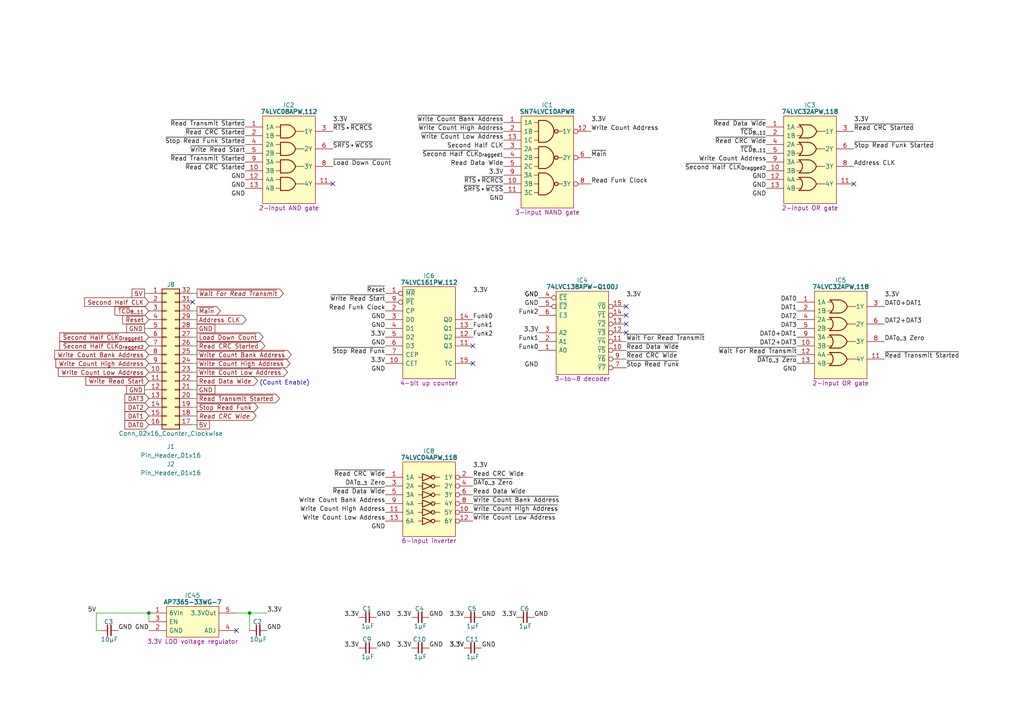
<source format=kicad_sch>
(kicad_sch
	(version 20250114)
	(generator "eeschema")
	(generator_version "9.0")
	(uuid "5ce90b85-49a2-4937-86c7-662b0d6f8431")
	(paper "A4")
	(title_block
		(title "SD Card Read Signals")
		(date "2024-07-02")
		(rev "V0")
	)
	(lib_symbols
		(symbol "Connector_Generic:Conn_02x16_Counter_Clockwise"
			(pin_names
				(offset 1.016)
				(hide yes)
			)
			(exclude_from_sim no)
			(in_bom yes)
			(on_board yes)
			(property "Reference" "J"
				(at 1.27 20.32 0)
				(effects
					(font
						(size 1.27 1.27)
					)
				)
			)
			(property "Value" "Conn_02x16_Counter_Clockwise"
				(at 1.27 -22.86 0)
				(effects
					(font
						(size 1.27 1.27)
					)
				)
			)
			(property "Footprint" ""
				(at 0 0 0)
				(effects
					(font
						(size 1.27 1.27)
					)
					(hide yes)
				)
			)
			(property "Datasheet" "~"
				(at 0 0 0)
				(effects
					(font
						(size 1.27 1.27)
					)
					(hide yes)
				)
			)
			(property "Description" "Generic connector, double row, 02x16, counter clockwise pin numbering scheme (similar to DIP package numbering), script generated (kicad-library-utils/schlib/autogen/connector/)"
				(at 0 0 0)
				(effects
					(font
						(size 1.27 1.27)
					)
					(hide yes)
				)
			)
			(property "ki_keywords" "connector"
				(at 0 0 0)
				(effects
					(font
						(size 1.27 1.27)
					)
					(hide yes)
				)
			)
			(property "ki_fp_filters" "Connector*:*_2x??_*"
				(at 0 0 0)
				(effects
					(font
						(size 1.27 1.27)
					)
					(hide yes)
				)
			)
			(symbol "Conn_02x16_Counter_Clockwise_1_1"
				(rectangle
					(start -1.27 19.05)
					(end 3.81 -21.59)
					(stroke
						(width 0.254)
						(type default)
					)
					(fill
						(type background)
					)
				)
				(rectangle
					(start -1.27 17.907)
					(end 0 17.653)
					(stroke
						(width 0.1524)
						(type default)
					)
					(fill
						(type none)
					)
				)
				(rectangle
					(start -1.27 15.367)
					(end 0 15.113)
					(stroke
						(width 0.1524)
						(type default)
					)
					(fill
						(type none)
					)
				)
				(rectangle
					(start -1.27 12.827)
					(end 0 12.573)
					(stroke
						(width 0.1524)
						(type default)
					)
					(fill
						(type none)
					)
				)
				(rectangle
					(start -1.27 10.287)
					(end 0 10.033)
					(stroke
						(width 0.1524)
						(type default)
					)
					(fill
						(type none)
					)
				)
				(rectangle
					(start -1.27 7.747)
					(end 0 7.493)
					(stroke
						(width 0.1524)
						(type default)
					)
					(fill
						(type none)
					)
				)
				(rectangle
					(start -1.27 5.207)
					(end 0 4.953)
					(stroke
						(width 0.1524)
						(type default)
					)
					(fill
						(type none)
					)
				)
				(rectangle
					(start -1.27 2.667)
					(end 0 2.413)
					(stroke
						(width 0.1524)
						(type default)
					)
					(fill
						(type none)
					)
				)
				(rectangle
					(start -1.27 0.127)
					(end 0 -0.127)
					(stroke
						(width 0.1524)
						(type default)
					)
					(fill
						(type none)
					)
				)
				(rectangle
					(start -1.27 -2.413)
					(end 0 -2.667)
					(stroke
						(width 0.1524)
						(type default)
					)
					(fill
						(type none)
					)
				)
				(rectangle
					(start -1.27 -4.953)
					(end 0 -5.207)
					(stroke
						(width 0.1524)
						(type default)
					)
					(fill
						(type none)
					)
				)
				(rectangle
					(start -1.27 -7.493)
					(end 0 -7.747)
					(stroke
						(width 0.1524)
						(type default)
					)
					(fill
						(type none)
					)
				)
				(rectangle
					(start -1.27 -10.033)
					(end 0 -10.287)
					(stroke
						(width 0.1524)
						(type default)
					)
					(fill
						(type none)
					)
				)
				(rectangle
					(start -1.27 -12.573)
					(end 0 -12.827)
					(stroke
						(width 0.1524)
						(type default)
					)
					(fill
						(type none)
					)
				)
				(rectangle
					(start -1.27 -15.113)
					(end 0 -15.367)
					(stroke
						(width 0.1524)
						(type default)
					)
					(fill
						(type none)
					)
				)
				(rectangle
					(start -1.27 -17.653)
					(end 0 -17.907)
					(stroke
						(width 0.1524)
						(type default)
					)
					(fill
						(type none)
					)
				)
				(rectangle
					(start -1.27 -20.193)
					(end 0 -20.447)
					(stroke
						(width 0.1524)
						(type default)
					)
					(fill
						(type none)
					)
				)
				(rectangle
					(start 3.81 17.907)
					(end 2.54 17.653)
					(stroke
						(width 0.1524)
						(type default)
					)
					(fill
						(type none)
					)
				)
				(rectangle
					(start 3.81 15.367)
					(end 2.54 15.113)
					(stroke
						(width 0.1524)
						(type default)
					)
					(fill
						(type none)
					)
				)
				(rectangle
					(start 3.81 12.827)
					(end 2.54 12.573)
					(stroke
						(width 0.1524)
						(type default)
					)
					(fill
						(type none)
					)
				)
				(rectangle
					(start 3.81 10.287)
					(end 2.54 10.033)
					(stroke
						(width 0.1524)
						(type default)
					)
					(fill
						(type none)
					)
				)
				(rectangle
					(start 3.81 7.747)
					(end 2.54 7.493)
					(stroke
						(width 0.1524)
						(type default)
					)
					(fill
						(type none)
					)
				)
				(rectangle
					(start 3.81 5.207)
					(end 2.54 4.953)
					(stroke
						(width 0.1524)
						(type default)
					)
					(fill
						(type none)
					)
				)
				(rectangle
					(start 3.81 2.667)
					(end 2.54 2.413)
					(stroke
						(width 0.1524)
						(type default)
					)
					(fill
						(type none)
					)
				)
				(rectangle
					(start 3.81 0.127)
					(end 2.54 -0.127)
					(stroke
						(width 0.1524)
						(type default)
					)
					(fill
						(type none)
					)
				)
				(rectangle
					(start 3.81 -2.413)
					(end 2.54 -2.667)
					(stroke
						(width 0.1524)
						(type default)
					)
					(fill
						(type none)
					)
				)
				(rectangle
					(start 3.81 -4.953)
					(end 2.54 -5.207)
					(stroke
						(width 0.1524)
						(type default)
					)
					(fill
						(type none)
					)
				)
				(rectangle
					(start 3.81 -7.493)
					(end 2.54 -7.747)
					(stroke
						(width 0.1524)
						(type default)
					)
					(fill
						(type none)
					)
				)
				(rectangle
					(start 3.81 -10.033)
					(end 2.54 -10.287)
					(stroke
						(width 0.1524)
						(type default)
					)
					(fill
						(type none)
					)
				)
				(rectangle
					(start 3.81 -12.573)
					(end 2.54 -12.827)
					(stroke
						(width 0.1524)
						(type default)
					)
					(fill
						(type none)
					)
				)
				(rectangle
					(start 3.81 -15.113)
					(end 2.54 -15.367)
					(stroke
						(width 0.1524)
						(type default)
					)
					(fill
						(type none)
					)
				)
				(rectangle
					(start 3.81 -17.653)
					(end 2.54 -17.907)
					(stroke
						(width 0.1524)
						(type default)
					)
					(fill
						(type none)
					)
				)
				(rectangle
					(start 3.81 -20.193)
					(end 2.54 -20.447)
					(stroke
						(width 0.1524)
						(type default)
					)
					(fill
						(type none)
					)
				)
				(pin passive line
					(at -5.08 17.78 0)
					(length 3.81)
					(name "Pin_1"
						(effects
							(font
								(size 1.27 1.27)
							)
						)
					)
					(number "1"
						(effects
							(font
								(size 1.27 1.27)
							)
						)
					)
				)
				(pin passive line
					(at -5.08 15.24 0)
					(length 3.81)
					(name "Pin_2"
						(effects
							(font
								(size 1.27 1.27)
							)
						)
					)
					(number "2"
						(effects
							(font
								(size 1.27 1.27)
							)
						)
					)
				)
				(pin passive line
					(at -5.08 12.7 0)
					(length 3.81)
					(name "Pin_3"
						(effects
							(font
								(size 1.27 1.27)
							)
						)
					)
					(number "3"
						(effects
							(font
								(size 1.27 1.27)
							)
						)
					)
				)
				(pin passive line
					(at -5.08 10.16 0)
					(length 3.81)
					(name "Pin_4"
						(effects
							(font
								(size 1.27 1.27)
							)
						)
					)
					(number "4"
						(effects
							(font
								(size 1.27 1.27)
							)
						)
					)
				)
				(pin passive line
					(at -5.08 7.62 0)
					(length 3.81)
					(name "Pin_5"
						(effects
							(font
								(size 1.27 1.27)
							)
						)
					)
					(number "5"
						(effects
							(font
								(size 1.27 1.27)
							)
						)
					)
				)
				(pin passive line
					(at -5.08 5.08 0)
					(length 3.81)
					(name "Pin_6"
						(effects
							(font
								(size 1.27 1.27)
							)
						)
					)
					(number "6"
						(effects
							(font
								(size 1.27 1.27)
							)
						)
					)
				)
				(pin passive line
					(at -5.08 2.54 0)
					(length 3.81)
					(name "Pin_7"
						(effects
							(font
								(size 1.27 1.27)
							)
						)
					)
					(number "7"
						(effects
							(font
								(size 1.27 1.27)
							)
						)
					)
				)
				(pin passive line
					(at -5.08 0 0)
					(length 3.81)
					(name "Pin_8"
						(effects
							(font
								(size 1.27 1.27)
							)
						)
					)
					(number "8"
						(effects
							(font
								(size 1.27 1.27)
							)
						)
					)
				)
				(pin passive line
					(at -5.08 -2.54 0)
					(length 3.81)
					(name "Pin_9"
						(effects
							(font
								(size 1.27 1.27)
							)
						)
					)
					(number "9"
						(effects
							(font
								(size 1.27 1.27)
							)
						)
					)
				)
				(pin passive line
					(at -5.08 -5.08 0)
					(length 3.81)
					(name "Pin_10"
						(effects
							(font
								(size 1.27 1.27)
							)
						)
					)
					(number "10"
						(effects
							(font
								(size 1.27 1.27)
							)
						)
					)
				)
				(pin passive line
					(at -5.08 -7.62 0)
					(length 3.81)
					(name "Pin_11"
						(effects
							(font
								(size 1.27 1.27)
							)
						)
					)
					(number "11"
						(effects
							(font
								(size 1.27 1.27)
							)
						)
					)
				)
				(pin passive line
					(at -5.08 -10.16 0)
					(length 3.81)
					(name "Pin_12"
						(effects
							(font
								(size 1.27 1.27)
							)
						)
					)
					(number "12"
						(effects
							(font
								(size 1.27 1.27)
							)
						)
					)
				)
				(pin passive line
					(at -5.08 -12.7 0)
					(length 3.81)
					(name "Pin_13"
						(effects
							(font
								(size 1.27 1.27)
							)
						)
					)
					(number "13"
						(effects
							(font
								(size 1.27 1.27)
							)
						)
					)
				)
				(pin passive line
					(at -5.08 -15.24 0)
					(length 3.81)
					(name "Pin_14"
						(effects
							(font
								(size 1.27 1.27)
							)
						)
					)
					(number "14"
						(effects
							(font
								(size 1.27 1.27)
							)
						)
					)
				)
				(pin passive line
					(at -5.08 -17.78 0)
					(length 3.81)
					(name "Pin_15"
						(effects
							(font
								(size 1.27 1.27)
							)
						)
					)
					(number "15"
						(effects
							(font
								(size 1.27 1.27)
							)
						)
					)
				)
				(pin passive line
					(at -5.08 -20.32 0)
					(length 3.81)
					(name "Pin_16"
						(effects
							(font
								(size 1.27 1.27)
							)
						)
					)
					(number "16"
						(effects
							(font
								(size 1.27 1.27)
							)
						)
					)
				)
				(pin passive line
					(at 7.62 17.78 180)
					(length 3.81)
					(name "Pin_32"
						(effects
							(font
								(size 1.27 1.27)
							)
						)
					)
					(number "32"
						(effects
							(font
								(size 1.27 1.27)
							)
						)
					)
				)
				(pin passive line
					(at 7.62 15.24 180)
					(length 3.81)
					(name "Pin_31"
						(effects
							(font
								(size 1.27 1.27)
							)
						)
					)
					(number "31"
						(effects
							(font
								(size 1.27 1.27)
							)
						)
					)
				)
				(pin passive line
					(at 7.62 12.7 180)
					(length 3.81)
					(name "Pin_30"
						(effects
							(font
								(size 1.27 1.27)
							)
						)
					)
					(number "30"
						(effects
							(font
								(size 1.27 1.27)
							)
						)
					)
				)
				(pin passive line
					(at 7.62 10.16 180)
					(length 3.81)
					(name "Pin_29"
						(effects
							(font
								(size 1.27 1.27)
							)
						)
					)
					(number "29"
						(effects
							(font
								(size 1.27 1.27)
							)
						)
					)
				)
				(pin passive line
					(at 7.62 7.62 180)
					(length 3.81)
					(name "Pin_28"
						(effects
							(font
								(size 1.27 1.27)
							)
						)
					)
					(number "28"
						(effects
							(font
								(size 1.27 1.27)
							)
						)
					)
				)
				(pin passive line
					(at 7.62 5.08 180)
					(length 3.81)
					(name "Pin_27"
						(effects
							(font
								(size 1.27 1.27)
							)
						)
					)
					(number "27"
						(effects
							(font
								(size 1.27 1.27)
							)
						)
					)
				)
				(pin passive line
					(at 7.62 2.54 180)
					(length 3.81)
					(name "Pin_26"
						(effects
							(font
								(size 1.27 1.27)
							)
						)
					)
					(number "26"
						(effects
							(font
								(size 1.27 1.27)
							)
						)
					)
				)
				(pin passive line
					(at 7.62 0 180)
					(length 3.81)
					(name "Pin_25"
						(effects
							(font
								(size 1.27 1.27)
							)
						)
					)
					(number "25"
						(effects
							(font
								(size 1.27 1.27)
							)
						)
					)
				)
				(pin passive line
					(at 7.62 -2.54 180)
					(length 3.81)
					(name "Pin_24"
						(effects
							(font
								(size 1.27 1.27)
							)
						)
					)
					(number "24"
						(effects
							(font
								(size 1.27 1.27)
							)
						)
					)
				)
				(pin passive line
					(at 7.62 -5.08 180)
					(length 3.81)
					(name "Pin_23"
						(effects
							(font
								(size 1.27 1.27)
							)
						)
					)
					(number "23"
						(effects
							(font
								(size 1.27 1.27)
							)
						)
					)
				)
				(pin passive line
					(at 7.62 -7.62 180)
					(length 3.81)
					(name "Pin_22"
						(effects
							(font
								(size 1.27 1.27)
							)
						)
					)
					(number "22"
						(effects
							(font
								(size 1.27 1.27)
							)
						)
					)
				)
				(pin passive line
					(at 7.62 -10.16 180)
					(length 3.81)
					(name "Pin_21"
						(effects
							(font
								(size 1.27 1.27)
							)
						)
					)
					(number "21"
						(effects
							(font
								(size 1.27 1.27)
							)
						)
					)
				)
				(pin passive line
					(at 7.62 -12.7 180)
					(length 3.81)
					(name "Pin_20"
						(effects
							(font
								(size 1.27 1.27)
							)
						)
					)
					(number "20"
						(effects
							(font
								(size 1.27 1.27)
							)
						)
					)
				)
				(pin passive line
					(at 7.62 -15.24 180)
					(length 3.81)
					(name "Pin_19"
						(effects
							(font
								(size 1.27 1.27)
							)
						)
					)
					(number "19"
						(effects
							(font
								(size 1.27 1.27)
							)
						)
					)
				)
				(pin passive line
					(at 7.62 -17.78 180)
					(length 3.81)
					(name "Pin_18"
						(effects
							(font
								(size 1.27 1.27)
							)
						)
					)
					(number "18"
						(effects
							(font
								(size 1.27 1.27)
							)
						)
					)
				)
				(pin passive line
					(at 7.62 -20.32 180)
					(length 3.81)
					(name "Pin_17"
						(effects
							(font
								(size 1.27 1.27)
							)
						)
					)
					(number "17"
						(effects
							(font
								(size 1.27 1.27)
							)
						)
					)
				)
			)
			(embedded_fonts no)
		)
		(symbol "Diodes_Inc:AP7365-33WG-7"
			(pin_names
				(offset 0.762)
			)
			(exclude_from_sim no)
			(in_bom yes)
			(on_board yes)
			(property "Reference" "IC"
				(at 12.7 5.08 0)
				(effects
					(font
						(size 1.27 1.27)
					)
				)
			)
			(property "Value" "AP7365-33WG-7"
				(at 12.7 3.175 0)
				(effects
					(font
						(size 1.27 1.27)
						(bold yes)
					)
				)
			)
			(property "Footprint" "SamacSys_Parts:SOT95P285X130-5N"
				(at 21.59 -14.605 0)
				(effects
					(font
						(size 1.27 1.27)
					)
					(justify left)
					(hide yes)
				)
			)
			(property "Datasheet" "https://componentsearchengine.com/Datasheets/1/AP7365-33WG-7.pdf"
				(at 21.59 -17.145 0)
				(effects
					(font
						(size 1.27 1.27)
					)
					(justify left)
					(hide yes)
				)
			)
			(property "Description" "3.3V LDO voltage regulator"
				(at 12.7 -8.255 0)
				(effects
					(font
						(size 1.27 1.27)
					)
				)
			)
			(property "Height" "1.3"
				(at 21.59 -19.685 0)
				(effects
					(font
						(size 1.27 1.27)
					)
					(justify left)
					(hide yes)
				)
			)
			(property "Manufacturer_Name" "Diodes Inc."
				(at 21.59 -22.225 0)
				(effects
					(font
						(size 1.27 1.27)
					)
					(justify left)
					(hide yes)
				)
			)
			(property "Manufacturer_Part_Number" "AP7365-33WG-7"
				(at 21.59 -24.765 0)
				(effects
					(font
						(size 1.27 1.27)
					)
					(justify left)
					(hide yes)
				)
			)
			(property "Mouser Part Number" "621-AP7365-33WG-7"
				(at 21.59 -27.305 0)
				(effects
					(font
						(size 1.27 1.27)
					)
					(justify left)
					(hide yes)
				)
			)
			(property "Mouser Price/Stock" "https://www.mouser.co.uk/ProductDetail/Diodes-Incorporated/AP7365-33WG-7?qs=abZ1nkZpTuOZFvxvoFPL0w%3D%3D"
				(at 21.59 -29.845 0)
				(effects
					(font
						(size 1.27 1.27)
					)
					(justify left)
					(hide yes)
				)
			)
			(property "Arrow Part Number" "AP7365-33WG-7"
				(at 21.59 -32.385 0)
				(effects
					(font
						(size 1.27 1.27)
					)
					(justify left)
					(hide yes)
				)
			)
			(property "Arrow Price/Stock" "https://www.arrow.com/en/products/ap7365-33wg-7/diodes-incorporated?region=nac"
				(at 21.59 -34.925 0)
				(effects
					(font
						(size 1.27 1.27)
					)
					(justify left)
					(hide yes)
				)
			)
			(property "Silkscreen" "AP7365"
				(at 21.59 -12.065 0)
				(effects
					(font
						(size 1.27 1.27)
					)
					(justify left)
					(hide yes)
				)
			)
			(symbol "AP7365-33WG-7_0_0"
				(pin input line
					(at 0 -2.54 0)
					(length 5.08)
					(name "EN"
						(effects
							(font
								(size 1.27 1.27)
							)
						)
					)
					(number "3"
						(effects
							(font
								(size 1.27 1.27)
							)
						)
					)
				)
				(pin passive line
					(at 0 -5.08 0)
					(length 5.08)
					(name "GND"
						(effects
							(font
								(size 1.27 1.27)
							)
						)
					)
					(number "2"
						(effects
							(font
								(size 1.27 1.27)
							)
						)
					)
				)
				(pin passive line
					(at 25.4 -5.08 180)
					(length 5.08)
					(name "ADJ"
						(effects
							(font
								(size 1.27 1.27)
							)
						)
					)
					(number "4"
						(effects
							(font
								(size 1.27 1.27)
							)
						)
					)
				)
			)
			(symbol "AP7365-33WG-7_0_1"
				(polyline
					(pts
						(xy 5.08 1.905) (xy 20.32 1.905) (xy 20.32 -6.985) (xy 5.08 -6.985) (xy 5.08 1.905)
					)
					(stroke
						(width 0)
						(type default)
					)
					(fill
						(type background)
					)
				)
			)
			(symbol "AP7365-33WG-7_1_0"
				(pin passive line
					(at 0 0 0)
					(length 5.08)
					(name "6VIn"
						(effects
							(font
								(size 1.27 1.27)
							)
						)
					)
					(number "1"
						(effects
							(font
								(size 1.27 1.27)
							)
						)
					)
				)
				(pin passive line
					(at 25.4 0 180)
					(length 5.08)
					(name "3.3VOut"
						(effects
							(font
								(size 1.27 1.27)
							)
						)
					)
					(number "5"
						(effects
							(font
								(size 1.27 1.27)
							)
						)
					)
				)
			)
			(embedded_fonts no)
		)
		(symbol "HCP65:C_0805"
			(pin_numbers
				(hide yes)
			)
			(pin_names
				(offset 0.254)
				(hide yes)
			)
			(exclude_from_sim no)
			(in_bom yes)
			(on_board yes)
			(property "Reference" "C"
				(at 2.286 2.54 0)
				(effects
					(font
						(size 1.27 1.27)
					)
				)
			)
			(property "Value" "?μF"
				(at 2.54 -2.54 0)
				(effects
					(font
						(size 1.27 1.27)
					)
				)
			)
			(property "Footprint" "SamacSys_Parts:C_0805"
				(at 16.764 -7.62 0)
				(effects
					(font
						(size 1.27 1.27)
					)
					(hide yes)
				)
			)
			(property "Datasheet" ""
				(at 2.2225 0.3175 90)
				(effects
					(font
						(size 1.27 1.27)
					)
					(hide yes)
				)
			)
			(property "Description" ""
				(at 0 0 0)
				(effects
					(font
						(size 1.27 1.27)
					)
					(hide yes)
				)
			)
			(property "ki_keywords" "capacitor cap"
				(at 0 0 0)
				(effects
					(font
						(size 1.27 1.27)
					)
					(hide yes)
				)
			)
			(property "ki_fp_filters" "C_*"
				(at 0 0 0)
				(effects
					(font
						(size 1.27 1.27)
					)
					(hide yes)
				)
			)
			(symbol "C_0805_0_1"
				(polyline
					(pts
						(xy 1.9685 -1.4605) (xy 1.9685 1.5875)
					)
					(stroke
						(width 0.3048)
						(type default)
					)
					(fill
						(type none)
					)
				)
				(polyline
					(pts
						(xy 2.9845 -1.4605) (xy 2.9845 1.5875)
					)
					(stroke
						(width 0.3302)
						(type default)
					)
					(fill
						(type none)
					)
				)
			)
			(symbol "C_0805_1_1"
				(pin passive line
					(at 0 0 0)
					(length 2.032)
					(name "~"
						(effects
							(font
								(size 1.27 1.27)
							)
						)
					)
					(number "1"
						(effects
							(font
								(size 1.27 1.27)
							)
						)
					)
				)
				(pin passive line
					(at 5.08 0 180)
					(length 2.032)
					(name "~"
						(effects
							(font
								(size 1.27 1.27)
							)
						)
					)
					(number "2"
						(effects
							(font
								(size 1.27 1.27)
							)
						)
					)
				)
			)
			(embedded_fonts no)
		)
		(symbol "HCP65:Pin_Header_01x32"
			(pin_names
				(offset 1.016)
				(hide yes)
			)
			(exclude_from_sim no)
			(in_bom yes)
			(on_board yes)
			(property "Reference" "J"
				(at 0 1.27 0)
				(effects
					(font
						(size 1.27 1.27)
					)
				)
			)
			(property "Value" "Pin_Header_01x32"
				(at 0 -1.27 0)
				(effects
					(font
						(size 1.27 1.27)
					)
				)
			)
			(property "Footprint" "SamacSys_Parts:PinHeader_1x32_P2.54mm_Vertical"
				(at 0 -3.81 0)
				(effects
					(font
						(size 1.27 1.27)
					)
					(hide yes)
				)
			)
			(property "Datasheet" "~"
				(at -5.08 0 0)
				(effects
					(font
						(size 1.27 1.27)
					)
					(hide yes)
				)
			)
			(property "Description" ""
				(at 0 0 0)
				(effects
					(font
						(size 1.27 1.27)
					)
					(hide yes)
				)
			)
			(property "ki_fp_filters" "Connector*:*_1x??_*"
				(at 0 0 0)
				(effects
					(font
						(size 1.27 1.27)
					)
					(hide yes)
				)
			)
			(embedded_fonts no)
		)
		(symbol "Nexperia:74LVC04APW,118"
			(pin_names
				(offset 0.762)
			)
			(exclude_from_sim no)
			(in_bom yes)
			(on_board yes)
			(property "Reference" "IC"
				(at 12.7 7.62 0)
				(effects
					(font
						(size 1.27 1.27)
					)
				)
			)
			(property "Value" "74LVC04APW,118"
				(at 12.7 5.715 0)
				(effects
					(font
						(size 1.27 1.27)
						(bold yes)
					)
				)
			)
			(property "Footprint" "SamacSys_Parts:SOP65P640X110-14N"
				(at 20.955 -22.225 0)
				(effects
					(font
						(size 1.27 1.27)
					)
					(justify left)
					(hide yes)
				)
			)
			(property "Datasheet" "https://assets.nexperia.com/documents/data-sheet/74LVC04A.pdf"
				(at 20.955 -24.765 0)
				(effects
					(font
						(size 1.27 1.27)
					)
					(justify left)
					(hide yes)
				)
			)
			(property "Description" "6-input inverter"
				(at 12.7 -18.415 0)
				(effects
					(font
						(size 1.27 1.27)
					)
				)
			)
			(property "Height" "1.1"
				(at 20.955 -29.845 0)
				(effects
					(font
						(size 1.27 1.27)
					)
					(justify left)
					(hide yes)
				)
			)
			(property "Manufacturer_Name" "Nexperia"
				(at 20.955 -32.385 0)
				(effects
					(font
						(size 1.27 1.27)
					)
					(justify left)
					(hide yes)
				)
			)
			(property "Manufacturer_Part_Number" "74LVC04APW,118"
				(at 20.955 -34.925 0)
				(effects
					(font
						(size 1.27 1.27)
					)
					(justify left)
					(hide yes)
				)
			)
			(property "Mouser Part Number" "771-74LVC04APW-T"
				(at 20.955 -37.465 0)
				(effects
					(font
						(size 1.27 1.27)
					)
					(justify left)
					(hide yes)
				)
			)
			(property "Mouser Price/Stock" "https://www.mouser.co.uk/ProductDetail/Nexperia/74LVC04APW118?qs=me8TqzrmIYUA5zXidd9%2F4g%3D%3D"
				(at 20.955 -40.005 0)
				(effects
					(font
						(size 1.27 1.27)
					)
					(justify left)
					(hide yes)
				)
			)
			(property "Silkscreen" "74LVC04"
				(at 13.335 -20.32 0)
				(effects
					(font
						(size 1.27 1.27)
					)
					(hide yes)
				)
			)
			(symbol "74LVC04APW,118_0_0"
				(pin input line
					(at 0 0 0)
					(length 5.08)
					(name "1A"
						(effects
							(font
								(size 1.27 1.27)
							)
						)
					)
					(number "1"
						(effects
							(font
								(size 1.27 1.27)
							)
						)
					)
				)
				(pin input line
					(at 0 -2.54 0)
					(length 5.08)
					(name "2A"
						(effects
							(font
								(size 1.27 1.27)
							)
						)
					)
					(number "3"
						(effects
							(font
								(size 1.27 1.27)
							)
						)
					)
				)
				(pin input line
					(at 0 -5.08 0)
					(length 5.08)
					(name "3A"
						(effects
							(font
								(size 1.27 1.27)
							)
						)
					)
					(number "5"
						(effects
							(font
								(size 1.27 1.27)
							)
						)
					)
				)
				(pin input line
					(at 0 -7.62 0)
					(length 5.08)
					(name "4A"
						(effects
							(font
								(size 1.27 1.27)
							)
						)
					)
					(number "9"
						(effects
							(font
								(size 1.27 1.27)
							)
						)
					)
				)
				(pin input line
					(at 0 -10.16 0)
					(length 5.08)
					(name "5A"
						(effects
							(font
								(size 1.27 1.27)
							)
						)
					)
					(number "11"
						(effects
							(font
								(size 1.27 1.27)
							)
						)
					)
				)
				(pin input line
					(at 0 -12.7 0)
					(length 5.08)
					(name "6A"
						(effects
							(font
								(size 1.27 1.27)
							)
						)
					)
					(number "13"
						(effects
							(font
								(size 1.27 1.27)
							)
						)
					)
				)
				(pin passive line
					(at 0 -15.24 0)
					(length 5.08)
					(hide yes)
					(name "GND"
						(effects
							(font
								(size 1.27 1.27)
							)
						)
					)
					(number "7"
						(effects
							(font
								(size 1.27 1.27)
							)
						)
					)
				)
				(pin passive line
					(at 25.4 2.54 180)
					(length 5.08)
					(hide yes)
					(name "3V"
						(effects
							(font
								(size 1.27 1.27)
							)
						)
					)
					(number "14"
						(effects
							(font
								(size 1.27 1.27)
							)
						)
					)
				)
				(pin output inverted
					(at 25.4 0 180)
					(length 5.08)
					(name "1Y"
						(effects
							(font
								(size 1.27 1.27)
							)
						)
					)
					(number "2"
						(effects
							(font
								(size 1.27 1.27)
							)
						)
					)
				)
				(pin output inverted
					(at 25.4 -2.54 180)
					(length 5.08)
					(name "2Y"
						(effects
							(font
								(size 1.27 1.27)
							)
						)
					)
					(number "4"
						(effects
							(font
								(size 1.27 1.27)
							)
						)
					)
				)
				(pin output inverted
					(at 25.4 -5.08 180)
					(length 5.08)
					(name "3Y"
						(effects
							(font
								(size 1.27 1.27)
							)
						)
					)
					(number "6"
						(effects
							(font
								(size 1.27 1.27)
							)
						)
					)
				)
				(pin output inverted
					(at 25.4 -7.62 180)
					(length 5.08)
					(name "4Y"
						(effects
							(font
								(size 1.27 1.27)
							)
						)
					)
					(number "8"
						(effects
							(font
								(size 1.27 1.27)
							)
						)
					)
				)
				(pin output inverted
					(at 25.4 -10.16 180)
					(length 5.08)
					(name "5Y"
						(effects
							(font
								(size 1.27 1.27)
							)
						)
					)
					(number "10"
						(effects
							(font
								(size 1.27 1.27)
							)
						)
					)
				)
				(pin output inverted
					(at 25.4 -12.7 180)
					(length 5.08)
					(name "6Y"
						(effects
							(font
								(size 1.27 1.27)
							)
						)
					)
					(number "12"
						(effects
							(font
								(size 1.27 1.27)
							)
						)
					)
				)
			)
			(symbol "74LVC04APW,118_0_1"
				(polyline
					(pts
						(xy 5.08 4.445) (xy 20.32 4.445) (xy 20.32 -17.145) (xy 5.08 -17.145) (xy 5.08 4.445)
					)
					(stroke
						(width 0.1524)
						(type default)
					)
					(fill
						(type background)
					)
				)
				(polyline
					(pts
						(xy 9.525 0) (xy 10.7949 0)
					)
					(stroke
						(width 0)
						(type default)
					)
					(fill
						(type none)
					)
				)
				(polyline
					(pts
						(xy 9.525 -2.54) (xy 10.7949 -2.54)
					)
					(stroke
						(width 0)
						(type default)
					)
					(fill
						(type none)
					)
				)
				(polyline
					(pts
						(xy 9.525 -5.08) (xy 10.7949 -5.08)
					)
					(stroke
						(width 0)
						(type default)
					)
					(fill
						(type none)
					)
				)
				(polyline
					(pts
						(xy 9.525 -7.62) (xy 10.7949 -7.62)
					)
					(stroke
						(width 0)
						(type default)
					)
					(fill
						(type none)
					)
				)
				(polyline
					(pts
						(xy 9.525 -10.16) (xy 10.7949 -10.16)
					)
					(stroke
						(width 0)
						(type default)
					)
					(fill
						(type none)
					)
				)
				(polyline
					(pts
						(xy 9.525 -12.7) (xy 10.7949 -12.7)
					)
					(stroke
						(width 0)
						(type default)
					)
					(fill
						(type none)
					)
				)
				(rectangle
					(start 10.795 1.016)
					(end 10.795 -1.016)
					(stroke
						(width 0.254)
						(type default)
					)
					(fill
						(type background)
					)
				)
				(polyline
					(pts
						(xy 10.795 -1.016) (xy 13.335 0) (xy 10.795 1.016)
					)
					(stroke
						(width 0.254)
						(type default)
					)
					(fill
						(type none)
					)
				)
				(rectangle
					(start 10.795 -1.524)
					(end 10.795 -3.556)
					(stroke
						(width 0.254)
						(type default)
					)
					(fill
						(type background)
					)
				)
				(polyline
					(pts
						(xy 10.795 -3.556) (xy 13.335 -2.54) (xy 10.795 -1.524)
					)
					(stroke
						(width 0.254)
						(type default)
					)
					(fill
						(type none)
					)
				)
				(rectangle
					(start 10.795 -4.064)
					(end 10.795 -6.096)
					(stroke
						(width 0.254)
						(type default)
					)
					(fill
						(type background)
					)
				)
				(polyline
					(pts
						(xy 10.795 -6.096) (xy 13.335 -5.08) (xy 10.795 -4.064)
					)
					(stroke
						(width 0.254)
						(type default)
					)
					(fill
						(type none)
					)
				)
				(rectangle
					(start 10.795 -6.604)
					(end 10.795 -8.636)
					(stroke
						(width 0.254)
						(type default)
					)
					(fill
						(type background)
					)
				)
				(polyline
					(pts
						(xy 10.795 -8.636) (xy 13.335 -7.62) (xy 10.795 -6.604)
					)
					(stroke
						(width 0.254)
						(type default)
					)
					(fill
						(type none)
					)
				)
				(rectangle
					(start 10.795 -9.144)
					(end 10.795 -11.176)
					(stroke
						(width 0.254)
						(type default)
					)
					(fill
						(type background)
					)
				)
				(polyline
					(pts
						(xy 10.795 -11.176) (xy 13.335 -10.16) (xy 10.795 -9.144)
					)
					(stroke
						(width 0.254)
						(type default)
					)
					(fill
						(type none)
					)
				)
				(rectangle
					(start 10.795 -11.684)
					(end 10.795 -13.716)
					(stroke
						(width 0.254)
						(type default)
					)
					(fill
						(type background)
					)
				)
				(polyline
					(pts
						(xy 10.795 -13.716) (xy 13.335 -12.7) (xy 10.795 -11.684)
					)
					(stroke
						(width 0.254)
						(type default)
					)
					(fill
						(type none)
					)
				)
				(circle
					(center 13.843 0)
					(radius 0.508)
					(stroke
						(width 0.254)
						(type default)
					)
					(fill
						(type none)
					)
				)
				(circle
					(center 13.843 -2.54)
					(radius 0.508)
					(stroke
						(width 0.254)
						(type default)
					)
					(fill
						(type none)
					)
				)
				(circle
					(center 13.843 -5.08)
					(radius 0.508)
					(stroke
						(width 0.254)
						(type default)
					)
					(fill
						(type none)
					)
				)
				(circle
					(center 13.843 -7.62)
					(radius 0.508)
					(stroke
						(width 0.254)
						(type default)
					)
					(fill
						(type none)
					)
				)
				(circle
					(center 13.843 -10.16)
					(radius 0.508)
					(stroke
						(width 0.254)
						(type default)
					)
					(fill
						(type none)
					)
				)
				(circle
					(center 13.843 -12.7)
					(radius 0.508)
					(stroke
						(width 0.254)
						(type default)
					)
					(fill
						(type none)
					)
				)
				(polyline
					(pts
						(xy 14.351 0) (xy 15.875 0)
					)
					(stroke
						(width 0)
						(type default)
					)
					(fill
						(type none)
					)
				)
				(polyline
					(pts
						(xy 14.351 -2.54) (xy 15.875 -2.54)
					)
					(stroke
						(width 0)
						(type default)
					)
					(fill
						(type none)
					)
				)
				(polyline
					(pts
						(xy 14.351 -5.08) (xy 15.875 -5.08)
					)
					(stroke
						(width 0)
						(type default)
					)
					(fill
						(type none)
					)
				)
				(polyline
					(pts
						(xy 14.351 -7.62) (xy 15.875 -7.62)
					)
					(stroke
						(width 0)
						(type default)
					)
					(fill
						(type none)
					)
				)
				(polyline
					(pts
						(xy 14.351 -10.16) (xy 15.875 -10.16)
					)
					(stroke
						(width 0)
						(type default)
					)
					(fill
						(type none)
					)
				)
				(polyline
					(pts
						(xy 14.351 -12.7) (xy 15.875 -12.7)
					)
					(stroke
						(width 0)
						(type default)
					)
					(fill
						(type none)
					)
				)
			)
			(embedded_fonts no)
		)
		(symbol "Nexperia:74LVC08APW,112"
			(pin_names
				(offset 0.762)
			)
			(exclude_from_sim no)
			(in_bom yes)
			(on_board yes)
			(property "Reference" "IC"
				(at 12.7 6.35 0)
				(effects
					(font
						(size 1.27 1.27)
					)
				)
			)
			(property "Value" "74LVC08APW,112"
				(at 12.7 4.445 0)
				(effects
					(font
						(size 1.27 1.27)
						(bold yes)
					)
				)
			)
			(property "Footprint" "SamacSys_Parts:SOP65P640X110-14N"
				(at 30.48 -31.115 0)
				(effects
					(font
						(size 1.27 1.27)
					)
					(justify left)
					(hide yes)
				)
			)
			(property "Datasheet" "https://assets.nexperia.com/documents/data-sheet/74LVC08A.pdf"
				(at 30.48 -33.655 0)
				(effects
					(font
						(size 1.27 1.27)
					)
					(justify left)
					(hide yes)
				)
			)
			(property "Description" "2-input AND gate"
				(at 12.7 -23.495 0)
				(effects
					(font
						(size 1.27 1.27)
					)
				)
			)
			(property "Height" "1.1"
				(at 30.48 -36.195 0)
				(effects
					(font
						(size 1.27 1.27)
					)
					(justify left)
					(hide yes)
				)
			)
			(property "Manufacturer_Name" "Nexperia"
				(at 30.48 -38.735 0)
				(effects
					(font
						(size 1.27 1.27)
					)
					(justify left)
					(hide yes)
				)
			)
			(property "Manufacturer_Part_Number" "74LVC08APW,112"
				(at 30.48 -41.275 0)
				(effects
					(font
						(size 1.27 1.27)
					)
					(justify left)
					(hide yes)
				)
			)
			(property "Mouser Part Number" "771-74LVC08APW"
				(at 30.48 -43.815 0)
				(effects
					(font
						(size 1.27 1.27)
					)
					(justify left)
					(hide yes)
				)
			)
			(property "Mouser Price/Stock" "https://www.mouser.com/Search/Refine.aspx?Keyword=771-74LVC08APW"
				(at 30.48 -46.355 0)
				(effects
					(font
						(size 1.27 1.27)
					)
					(justify left)
					(hide yes)
				)
			)
			(property "Silkscreen" "74LVC08"
				(at 12.7 -25.4 0)
				(effects
					(font
						(size 1.27 1.27)
					)
					(hide yes)
				)
			)
			(symbol "74LVC08APW,112_0_0"
				(pin input line
					(at 0 0 0)
					(length 5.08)
					(name "1A"
						(effects
							(font
								(size 1.27 1.27)
							)
						)
					)
					(number "1"
						(effects
							(font
								(size 1.27 1.27)
							)
						)
					)
				)
				(pin input line
					(at 0 -2.54 0)
					(length 5.08)
					(name "1B"
						(effects
							(font
								(size 1.27 1.27)
							)
						)
					)
					(number "2"
						(effects
							(font
								(size 1.27 1.27)
							)
						)
					)
				)
				(pin input line
					(at 0 -5.08 0)
					(length 5.08)
					(name "2A"
						(effects
							(font
								(size 1.27 1.27)
							)
						)
					)
					(number "4"
						(effects
							(font
								(size 1.27 1.27)
							)
						)
					)
				)
				(pin input line
					(at 0 -7.62 0)
					(length 5.08)
					(name "2B"
						(effects
							(font
								(size 1.27 1.27)
							)
						)
					)
					(number "5"
						(effects
							(font
								(size 1.27 1.27)
							)
						)
					)
				)
				(pin input line
					(at 0 -10.16 0)
					(length 5.08)
					(name "3A"
						(effects
							(font
								(size 1.27 1.27)
							)
						)
					)
					(number "9"
						(effects
							(font
								(size 1.27 1.27)
							)
						)
					)
				)
				(pin input line
					(at 0 -12.7 0)
					(length 5.08)
					(name "3B"
						(effects
							(font
								(size 1.27 1.27)
							)
						)
					)
					(number "10"
						(effects
							(font
								(size 1.27 1.27)
							)
						)
					)
				)
				(pin input line
					(at 0 -15.24 0)
					(length 5.08)
					(name "4A"
						(effects
							(font
								(size 1.27 1.27)
							)
						)
					)
					(number "12"
						(effects
							(font
								(size 1.27 1.27)
							)
						)
					)
				)
				(pin input line
					(at 0 -17.78 0)
					(length 5.08)
					(name "4B"
						(effects
							(font
								(size 1.27 1.27)
							)
						)
					)
					(number "13"
						(effects
							(font
								(size 1.27 1.27)
							)
						)
					)
				)
				(pin passive line
					(at 0 -20.32 0)
					(length 5.08)
					(hide yes)
					(name "GND"
						(effects
							(font
								(size 1.27 1.27)
							)
						)
					)
					(number "7"
						(effects
							(font
								(size 1.27 1.27)
							)
						)
					)
				)
				(pin passive line
					(at 25.4 1.27 180)
					(length 5.08)
					(hide yes)
					(name "3V"
						(effects
							(font
								(size 1.27 1.27)
							)
						)
					)
					(number "14"
						(effects
							(font
								(size 1.27 1.27)
							)
						)
					)
				)
				(pin passive line
					(at 25.4 -1.27 180)
					(length 5.08)
					(name "1Y"
						(effects
							(font
								(size 1.27 1.27)
							)
						)
					)
					(number "3"
						(effects
							(font
								(size 1.27 1.27)
							)
						)
					)
				)
				(pin output line
					(at 25.4 -6.35 180)
					(length 5.08)
					(name "2Y"
						(effects
							(font
								(size 1.27 1.27)
							)
						)
					)
					(number "6"
						(effects
							(font
								(size 1.27 1.27)
							)
						)
					)
				)
				(pin output line
					(at 25.4 -11.43 180)
					(length 5.08)
					(name "3Y"
						(effects
							(font
								(size 1.27 1.27)
							)
						)
					)
					(number "8"
						(effects
							(font
								(size 1.27 1.27)
							)
						)
					)
				)
				(pin output line
					(at 25.4 -16.51 180)
					(length 5.08)
					(name "4Y"
						(effects
							(font
								(size 1.27 1.27)
							)
						)
					)
					(number "11"
						(effects
							(font
								(size 1.27 1.27)
							)
						)
					)
				)
			)
			(symbol "74LVC08APW,112_0_1"
				(polyline
					(pts
						(xy 5.08 3.175) (xy 20.32 3.175) (xy 20.32 -22.225) (xy 5.08 -22.225) (xy 5.08 3.175)
					)
					(stroke
						(width 0.1524)
						(type default)
					)
					(fill
						(type background)
					)
				)
				(polyline
					(pts
						(xy 8.89 0) (xy 10.1599 0)
					)
					(stroke
						(width 0)
						(type default)
					)
					(fill
						(type none)
					)
				)
				(polyline
					(pts
						(xy 8.89 -2.54) (xy 10.1599 -2.54)
					)
					(stroke
						(width 0)
						(type default)
					)
					(fill
						(type none)
					)
				)
				(polyline
					(pts
						(xy 8.89 -5.08) (xy 10.1599 -5.08)
					)
					(stroke
						(width 0)
						(type default)
					)
					(fill
						(type none)
					)
				)
				(polyline
					(pts
						(xy 8.89 -7.62) (xy 10.1599 -7.62)
					)
					(stroke
						(width 0)
						(type default)
					)
					(fill
						(type none)
					)
				)
				(polyline
					(pts
						(xy 8.89 -10.16) (xy 10.1599 -10.16)
					)
					(stroke
						(width 0)
						(type default)
					)
					(fill
						(type none)
					)
				)
				(polyline
					(pts
						(xy 8.89 -12.7) (xy 10.1599 -12.7)
					)
					(stroke
						(width 0)
						(type default)
					)
					(fill
						(type none)
					)
				)
				(polyline
					(pts
						(xy 8.89 -15.24) (xy 10.1599 -15.24)
					)
					(stroke
						(width 0)
						(type default)
					)
					(fill
						(type none)
					)
				)
				(polyline
					(pts
						(xy 8.89 -17.78) (xy 10.1599 -17.78)
					)
					(stroke
						(width 0)
						(type default)
					)
					(fill
						(type none)
					)
				)
				(polyline
					(pts
						(xy 10.248 0.635) (xy 10.248 -3.175)
					)
					(stroke
						(width 0.254)
						(type default)
					)
					(fill
						(type background)
					)
				)
				(polyline
					(pts
						(xy 10.248 -4.445) (xy 10.248 -8.255)
					)
					(stroke
						(width 0.254)
						(type default)
					)
					(fill
						(type background)
					)
				)
				(polyline
					(pts
						(xy 10.248 -9.525) (xy 10.248 -13.335)
					)
					(stroke
						(width 0.254)
						(type default)
					)
					(fill
						(type background)
					)
				)
				(polyline
					(pts
						(xy 10.248 -14.605) (xy 10.248 -18.415)
					)
					(stroke
						(width 0.254)
						(type default)
					)
					(fill
						(type background)
					)
				)
				(polyline
					(pts
						(xy 12.065 0.635) (xy 10.248 0.635)
					)
					(stroke
						(width 0.254)
						(type default)
					)
					(fill
						(type background)
					)
				)
				(polyline
					(pts
						(xy 12.065 -3.175) (xy 10.248 -3.175)
					)
					(stroke
						(width 0.254)
						(type default)
					)
					(fill
						(type background)
					)
				)
				(polyline
					(pts
						(xy 12.065 -4.445) (xy 10.248 -4.445)
					)
					(stroke
						(width 0.254)
						(type default)
					)
					(fill
						(type background)
					)
				)
				(polyline
					(pts
						(xy 12.065 -8.255) (xy 10.248 -8.255)
					)
					(stroke
						(width 0.254)
						(type default)
					)
					(fill
						(type background)
					)
				)
				(polyline
					(pts
						(xy 12.065 -9.525) (xy 10.248 -9.525)
					)
					(stroke
						(width 0.254)
						(type default)
					)
					(fill
						(type background)
					)
				)
				(polyline
					(pts
						(xy 12.065 -13.335) (xy 10.248 -13.335)
					)
					(stroke
						(width 0.254)
						(type default)
					)
					(fill
						(type background)
					)
				)
				(polyline
					(pts
						(xy 12.065 -14.605) (xy 10.248 -14.605)
					)
					(stroke
						(width 0.254)
						(type default)
					)
					(fill
						(type background)
					)
				)
				(polyline
					(pts
						(xy 12.065 -18.415) (xy 10.248 -18.415)
					)
					(stroke
						(width 0.254)
						(type default)
					)
					(fill
						(type background)
					)
				)
				(arc
					(start 14.605 -1.27)
					(mid 13.6635 -2.6605)
					(end 12.065 -3.175)
					(stroke
						(width 0.254)
						(type default)
					)
					(fill
						(type none)
					)
				)
				(arc
					(start 14.605 -6.35)
					(mid 13.6635 -7.7405)
					(end 12.065 -8.255)
					(stroke
						(width 0.254)
						(type default)
					)
					(fill
						(type none)
					)
				)
				(arc
					(start 14.605 -11.43)
					(mid 13.6635 -12.8205)
					(end 12.065 -13.335)
					(stroke
						(width 0.254)
						(type default)
					)
					(fill
						(type none)
					)
				)
				(arc
					(start 14.605 -16.51)
					(mid 13.6635 -17.9005)
					(end 12.065 -18.415)
					(stroke
						(width 0.254)
						(type default)
					)
					(fill
						(type none)
					)
				)
				(arc
					(start 12.065 0.635)
					(mid 13.6649 0.1222)
					(end 14.605 -1.27)
					(stroke
						(width 0.254)
						(type default)
					)
					(fill
						(type none)
					)
				)
				(arc
					(start 12.065 -4.445)
					(mid 13.6649 -4.9578)
					(end 14.605 -6.35)
					(stroke
						(width 0.254)
						(type default)
					)
					(fill
						(type none)
					)
				)
				(arc
					(start 12.065 -9.525)
					(mid 13.6649 -10.0378)
					(end 14.605 -11.43)
					(stroke
						(width 0.254)
						(type default)
					)
					(fill
						(type none)
					)
				)
				(arc
					(start 12.065 -14.605)
					(mid 13.6649 -15.1178)
					(end 14.605 -16.51)
					(stroke
						(width 0.254)
						(type default)
					)
					(fill
						(type none)
					)
				)
				(polyline
					(pts
						(xy 14.605 -1.27) (xy 17.145 -1.27)
					)
					(stroke
						(width 0)
						(type default)
					)
					(fill
						(type none)
					)
				)
				(polyline
					(pts
						(xy 14.605 -6.35) (xy 17.145 -6.35)
					)
					(stroke
						(width 0)
						(type default)
					)
					(fill
						(type none)
					)
				)
				(polyline
					(pts
						(xy 14.605 -11.43) (xy 17.145 -11.43)
					)
					(stroke
						(width 0)
						(type default)
					)
					(fill
						(type none)
					)
				)
				(polyline
					(pts
						(xy 14.605 -16.51) (xy 17.145 -16.51)
					)
					(stroke
						(width 0)
						(type default)
					)
					(fill
						(type none)
					)
				)
			)
			(embedded_fonts no)
		)
		(symbol "Nexperia:74LVC138APW-Q100J"
			(pin_names
				(offset 0.762)
			)
			(exclude_from_sim no)
			(in_bom yes)
			(on_board yes)
			(property "Reference" "IC"
				(at 12.7 3.175 0)
				(effects
					(font
						(size 1.27 1.27)
					)
				)
			)
			(property "Value" "74LVC138APW-Q100J"
				(at 12.7 1.27 0)
				(effects
					(font
						(size 1.27 1.27)
						(bold yes)
					)
				)
			)
			(property "Footprint" "SamacSys_Parts:SOP65P640X110-16N"
				(at 29.21 -31.115 0)
				(effects
					(font
						(size 1.27 1.27)
					)
					(justify left)
					(hide yes)
				)
			)
			(property "Datasheet" "https://assets.nexperia.com/documents/data-sheet/74LVC138A_Q100.pdf"
				(at 29.21 -33.655 0)
				(effects
					(font
						(size 1.27 1.27)
					)
					(justify left)
					(hide yes)
				)
			)
			(property "Description" "3-to-8 decoder"
				(at 12.7 -25.4 0)
				(effects
					(font
						(size 1.27 1.27)
					)
				)
			)
			(property "Height" "1.1"
				(at 29.21 -38.735 0)
				(effects
					(font
						(size 1.27 1.27)
					)
					(justify left)
					(hide yes)
				)
			)
			(property "Mouser Part Number" "771-74LVC138APWQ100J"
				(at 29.21 -41.275 0)
				(effects
					(font
						(size 1.27 1.27)
					)
					(justify left)
					(hide yes)
				)
			)
			(property "Mouser Price/Stock" "https://www.mouser.co.uk/ProductDetail/Nexperia/74LVC138APW-Q100J?qs=fi7yB2oewZnXKE82xo%252BhJQ%3D%3D"
				(at 29.21 -43.815 0)
				(effects
					(font
						(size 1.27 1.27)
					)
					(justify left)
					(hide yes)
				)
			)
			(property "Manufacturer_Name" "Nexperia"
				(at 29.21 -46.355 0)
				(effects
					(font
						(size 1.27 1.27)
					)
					(justify left)
					(hide yes)
				)
			)
			(property "Manufacturer_Part_Number" "74LVC138APW-Q100J"
				(at 29.21 -48.895 0)
				(effects
					(font
						(size 1.27 1.27)
					)
					(justify left)
					(hide yes)
				)
			)
			(property "Silkscreen" "74LVC138"
				(at 29.21 -36.195 0)
				(effects
					(font
						(size 1.27 1.27)
					)
					(justify left)
					(hide yes)
				)
			)
			(symbol "74LVC138APW-Q100J_0_0"
				(pin input line
					(at 0 -6.985 0)
					(length 5.08)
					(name "E3"
						(effects
							(font
								(size 1.27 1.27)
							)
						)
					)
					(number "6"
						(effects
							(font
								(size 1.27 1.27)
							)
						)
					)
				)
				(pin input line
					(at 0 -12.065 0)
					(length 5.08)
					(name "A2"
						(effects
							(font
								(size 1.27 1.27)
							)
						)
					)
					(number "3"
						(effects
							(font
								(size 1.27 1.27)
							)
						)
					)
				)
				(pin input line
					(at 0 -14.605 0)
					(length 5.08)
					(name "A1"
						(effects
							(font
								(size 1.27 1.27)
							)
						)
					)
					(number "2"
						(effects
							(font
								(size 1.27 1.27)
							)
						)
					)
				)
				(pin input line
					(at 0 -17.145 0)
					(length 5.08)
					(name "A0"
						(effects
							(font
								(size 1.27 1.27)
							)
						)
					)
					(number "1"
						(effects
							(font
								(size 1.27 1.27)
							)
						)
					)
				)
				(pin passive line
					(at 0 -22.225 0)
					(length 5.08)
					(hide yes)
					(name "GND"
						(effects
							(font
								(size 1.27 1.27)
							)
						)
					)
					(number "8"
						(effects
							(font
								(size 1.27 1.27)
							)
						)
					)
				)
				(pin passive line
					(at 25.4 -1.905 180)
					(length 5.08)
					(hide yes)
					(name "3V"
						(effects
							(font
								(size 1.27 1.27)
							)
						)
					)
					(number "16"
						(effects
							(font
								(size 1.27 1.27)
							)
						)
					)
				)
				(pin output inverted
					(at 25.4 -4.445 180)
					(length 5.08)
					(name "~{Y0}"
						(effects
							(font
								(size 1.27 1.27)
							)
						)
					)
					(number "15"
						(effects
							(font
								(size 1.27 1.27)
							)
						)
					)
				)
				(pin output inverted
					(at 25.4 -6.985 180)
					(length 5.08)
					(name "~{Y1}"
						(effects
							(font
								(size 1.27 1.27)
							)
						)
					)
					(number "14"
						(effects
							(font
								(size 1.27 1.27)
							)
						)
					)
				)
				(pin output inverted
					(at 25.4 -9.525 180)
					(length 5.08)
					(name "~{Y2}"
						(effects
							(font
								(size 1.27 1.27)
							)
						)
					)
					(number "13"
						(effects
							(font
								(size 1.27 1.27)
							)
						)
					)
				)
				(pin output inverted
					(at 25.4 -12.065 180)
					(length 5.08)
					(name "~{Y3}"
						(effects
							(font
								(size 1.27 1.27)
							)
						)
					)
					(number "12"
						(effects
							(font
								(size 1.27 1.27)
							)
						)
					)
				)
				(pin output inverted
					(at 25.4 -14.605 180)
					(length 5.08)
					(name "~{Y4}"
						(effects
							(font
								(size 1.27 1.27)
							)
						)
					)
					(number "11"
						(effects
							(font
								(size 1.27 1.27)
							)
						)
					)
				)
				(pin output inverted
					(at 25.4 -17.145 180)
					(length 5.08)
					(name "~{Y5}"
						(effects
							(font
								(size 1.27 1.27)
							)
						)
					)
					(number "10"
						(effects
							(font
								(size 1.27 1.27)
							)
						)
					)
				)
				(pin output inverted
					(at 25.4 -19.685 180)
					(length 5.08)
					(name "~{Y6}"
						(effects
							(font
								(size 1.27 1.27)
							)
						)
					)
					(number "9"
						(effects
							(font
								(size 1.27 1.27)
							)
						)
					)
				)
				(pin output inverted
					(at 25.4 -22.225 180)
					(length 5.08)
					(name "~{Y7}"
						(effects
							(font
								(size 1.27 1.27)
							)
						)
					)
					(number "7"
						(effects
							(font
								(size 1.27 1.27)
							)
						)
					)
				)
			)
			(symbol "74LVC138APW-Q100J_0_1"
				(polyline
					(pts
						(xy 5.08 0) (xy 20.32 0) (xy 20.32 -24.13) (xy 5.08 -24.13) (xy 5.08 0)
					)
					(stroke
						(width 0.1524)
						(type default)
					)
					(fill
						(type background)
					)
				)
			)
			(symbol "74LVC138APW-Q100J_1_0"
				(pin input inverted
					(at 0 -1.905 0)
					(length 5.08)
					(name "~{E1}"
						(effects
							(font
								(size 1.27 1.27)
							)
						)
					)
					(number "4"
						(effects
							(font
								(size 1.27 1.27)
							)
						)
					)
				)
				(pin input inverted
					(at 0 -4.445 0)
					(length 5.08)
					(name "~{E2}"
						(effects
							(font
								(size 1.27 1.27)
							)
						)
					)
					(number "5"
						(effects
							(font
								(size 1.27 1.27)
							)
						)
					)
				)
			)
			(embedded_fonts no)
		)
		(symbol "Nexperia:74LVC161PW,112"
			(pin_names
				(offset 0.762)
			)
			(exclude_from_sim no)
			(in_bom yes)
			(on_board yes)
			(property "Reference" "IC"
				(at 12.7 5.08 0)
				(effects
					(font
						(size 1.27 1.27)
					)
				)
			)
			(property "Value" "74LVC161PW,112"
				(at 12.7 3.175 0)
				(effects
					(font
						(size 1.27 1.27)
						(bold yes)
					)
				)
			)
			(property "Footprint" "SamacSys_Parts:SOP65P640X110-16N"
				(at 22.86 -40.005 0)
				(effects
					(font
						(size 1.27 1.27)
					)
					(justify left)
					(hide yes)
				)
			)
			(property "Datasheet" "https://assets.nexperia.com/documents/data-sheet/74LVC161.pdf"
				(at 22.86 -42.545 0)
				(effects
					(font
						(size 1.27 1.27)
					)
					(justify left)
					(hide yes)
				)
			)
			(property "Description" "4-bit up counter"
				(at 12.7 -26.035 0)
				(effects
					(font
						(size 1.27 1.27)
					)
				)
			)
			(property "Height" "1.1"
				(at 22.86 -47.625 0)
				(effects
					(font
						(size 1.27 1.27)
					)
					(justify left)
					(hide yes)
				)
			)
			(property "Mouser Part Number" "771-LVC161PW112"
				(at 22.86 -50.165 0)
				(effects
					(font
						(size 1.27 1.27)
					)
					(justify left)
					(hide yes)
				)
			)
			(property "Mouser Price/Stock" "https://www.mouser.co.uk/ProductDetail/Nexperia/74LVC161PW112?qs=me8TqzrmIYXBQ64YL7POQw%3D%3D"
				(at 22.86 -52.705 0)
				(effects
					(font
						(size 1.27 1.27)
					)
					(justify left)
					(hide yes)
				)
			)
			(property "Manufacturer_Name" "Nexperia"
				(at 22.86 -45.085 0)
				(effects
					(font
						(size 1.27 1.27)
					)
					(justify left)
					(hide yes)
				)
			)
			(property "Manufacturer_Part_Number" "74LVC161PW,112"
				(at 22.86 -57.785 0)
				(effects
					(font
						(size 1.27 1.27)
					)
					(justify left)
					(hide yes)
				)
			)
			(property "Silkscreen" "74LVC161"
				(at 12.7 -27.94 0)
				(effects
					(font
						(size 1.27 1.27)
					)
					(hide yes)
				)
			)
			(property "Garbage" "74LVC161 - Presettable synchronous 4-bit binary counter; asynchronous reset@en-us"
				(at 0 0 0)
				(effects
					(font
						(size 1.27 1.27)
					)
					(hide yes)
				)
			)
			(symbol "74LVC161PW,112_0_0"
				(pin input inverted
					(at 0 0 0)
					(length 5.08)
					(name "~{MR}"
						(effects
							(font
								(size 1.27 1.27)
							)
						)
					)
					(number "1"
						(effects
							(font
								(size 1.27 1.27)
							)
						)
					)
				)
				(pin input inverted
					(at 0 -2.54 0)
					(length 5.08)
					(name "~{PE}"
						(effects
							(font
								(size 1.27 1.27)
							)
						)
					)
					(number "9"
						(effects
							(font
								(size 1.27 1.27)
							)
						)
					)
				)
				(pin input line
					(at 0 -5.08 0)
					(length 5.08)
					(name "CP"
						(effects
							(font
								(size 1.27 1.27)
							)
						)
					)
					(number "2"
						(effects
							(font
								(size 1.27 1.27)
							)
						)
					)
				)
				(pin input line
					(at 0 -7.62 0)
					(length 5.08)
					(name "D0"
						(effects
							(font
								(size 1.27 1.27)
							)
						)
					)
					(number "3"
						(effects
							(font
								(size 1.27 1.27)
							)
						)
					)
				)
				(pin input line
					(at 0 -10.16 0)
					(length 5.08)
					(name "D1"
						(effects
							(font
								(size 1.27 1.27)
							)
						)
					)
					(number "4"
						(effects
							(font
								(size 1.27 1.27)
							)
						)
					)
				)
				(pin input line
					(at 0 -12.7 0)
					(length 5.08)
					(name "D2"
						(effects
							(font
								(size 1.27 1.27)
							)
						)
					)
					(number "5"
						(effects
							(font
								(size 1.27 1.27)
							)
						)
					)
				)
				(pin input line
					(at 0 -15.24 0)
					(length 5.08)
					(name "D3"
						(effects
							(font
								(size 1.27 1.27)
							)
						)
					)
					(number "6"
						(effects
							(font
								(size 1.27 1.27)
							)
						)
					)
				)
				(pin input line
					(at 0 -17.78 0)
					(length 5.08)
					(name "CEP"
						(effects
							(font
								(size 1.27 1.27)
							)
						)
					)
					(number "7"
						(effects
							(font
								(size 1.27 1.27)
							)
						)
					)
				)
				(pin input line
					(at 0 -20.32 0)
					(length 5.08)
					(name "CET"
						(effects
							(font
								(size 1.27 1.27)
							)
						)
					)
					(number "10"
						(effects
							(font
								(size 1.27 1.27)
							)
						)
					)
				)
				(pin passive line
					(at 0 -22.86 0)
					(length 5.08)
					(hide yes)
					(name "GND"
						(effects
							(font
								(size 1.27 1.27)
							)
						)
					)
					(number "8"
						(effects
							(font
								(size 1.27 1.27)
							)
						)
					)
				)
				(pin passive line
					(at 25.4 0 180)
					(length 5.08)
					(hide yes)
					(name "3V"
						(effects
							(font
								(size 1.27 1.27)
							)
						)
					)
					(number "16"
						(effects
							(font
								(size 1.27 1.27)
							)
						)
					)
				)
				(pin output line
					(at 25.4 -7.62 180)
					(length 5.08)
					(name "Q0"
						(effects
							(font
								(size 1.27 1.27)
							)
						)
					)
					(number "14"
						(effects
							(font
								(size 1.27 1.27)
							)
						)
					)
				)
				(pin output line
					(at 25.4 -10.16 180)
					(length 5.08)
					(name "Q1"
						(effects
							(font
								(size 1.27 1.27)
							)
						)
					)
					(number "13"
						(effects
							(font
								(size 1.27 1.27)
							)
						)
					)
				)
				(pin output line
					(at 25.4 -12.7 180)
					(length 5.08)
					(name "Q2"
						(effects
							(font
								(size 1.27 1.27)
							)
						)
					)
					(number "12"
						(effects
							(font
								(size 1.27 1.27)
							)
						)
					)
				)
				(pin output line
					(at 25.4 -15.24 180)
					(length 5.08)
					(name "Q3"
						(effects
							(font
								(size 1.27 1.27)
							)
						)
					)
					(number "11"
						(effects
							(font
								(size 1.27 1.27)
							)
						)
					)
				)
				(pin output line
					(at 25.4 -20.32 180)
					(length 5.08)
					(name "TC"
						(effects
							(font
								(size 1.27 1.27)
							)
						)
					)
					(number "15"
						(effects
							(font
								(size 1.27 1.27)
							)
						)
					)
				)
			)
			(symbol "74LVC161PW,112_0_1"
				(polyline
					(pts
						(xy 5.08 1.905) (xy 20.32 1.905) (xy 20.32 -24.765) (xy 5.08 -24.765) (xy 5.08 1.905)
					)
					(stroke
						(width 0.1524)
						(type default)
					)
					(fill
						(type background)
					)
				)
			)
			(embedded_fonts no)
		)
		(symbol "Nexperia:74LVC32APW,118"
			(pin_names
				(offset 0.762)
			)
			(exclude_from_sim no)
			(in_bom yes)
			(on_board yes)
			(property "Reference" "IC"
				(at 12.7 6.35 0)
				(effects
					(font
						(size 1.27 1.27)
					)
				)
			)
			(property "Value" "74LVC32APW,118"
				(at 12.7 4.445 0)
				(effects
					(font
						(size 1.27 1.27)
						(bold yes)
					)
				)
			)
			(property "Footprint" "SamacSys_Parts:SOP65P640X110-14N"
				(at 38.735 -13.335 0)
				(effects
					(font
						(size 1.27 1.27)
					)
					(justify left)
					(hide yes)
				)
			)
			(property "Datasheet" "https://assets.nexperia.com/documents/data-sheet/74LVC32A.pdf"
				(at 38.735 -33.655 0)
				(effects
					(font
						(size 1.27 1.27)
					)
					(justify left)
					(hide yes)
				)
			)
			(property "Description" "2-input OR gate"
				(at 12.7 -23.495 0)
				(effects
					(font
						(size 1.27 1.27)
					)
				)
			)
			(property "Height" "1.1"
				(at 38.735 -15.875 0)
				(effects
					(font
						(size 1.27 1.27)
					)
					(justify left)
					(hide yes)
				)
			)
			(property "Manufacturer_Name" "Nexperia"
				(at 38.735 -18.415 0)
				(effects
					(font
						(size 1.27 1.27)
					)
					(justify left)
					(hide yes)
				)
			)
			(property "Manufacturer_Part_Number" "74LVC32APW,118"
				(at 38.735 -20.955 0)
				(effects
					(font
						(size 1.27 1.27)
					)
					(justify left)
					(hide yes)
				)
			)
			(property "Mouser Part Number" "771-74LVC32APW-T"
				(at 38.735 -23.495 0)
				(effects
					(font
						(size 1.27 1.27)
					)
					(justify left)
					(hide yes)
				)
			)
			(property "Mouser Price/Stock" "https://www.mouser.com/Search/Refine.aspx?Keyword=771-74LVC32APW-T"
				(at 38.735 -26.035 0)
				(effects
					(font
						(size 1.27 1.27)
					)
					(justify left)
					(hide yes)
				)
			)
			(property "Silkscreen" "74LVC32"
				(at 12.7 -25.4 0)
				(effects
					(font
						(size 1.27 1.27)
					)
					(hide yes)
				)
			)
			(symbol "74LVC32APW,118_0_0"
				(pin passive line
					(at 0 0 0)
					(length 5.08)
					(name "1A"
						(effects
							(font
								(size 1.27 1.27)
							)
						)
					)
					(number "1"
						(effects
							(font
								(size 1.27 1.27)
							)
						)
					)
				)
				(pin passive line
					(at 0 -2.54 0)
					(length 5.08)
					(name "1B"
						(effects
							(font
								(size 1.27 1.27)
							)
						)
					)
					(number "2"
						(effects
							(font
								(size 1.27 1.27)
							)
						)
					)
				)
				(pin passive line
					(at 0 -5.08 0)
					(length 5.08)
					(name "2A"
						(effects
							(font
								(size 1.27 1.27)
							)
						)
					)
					(number "4"
						(effects
							(font
								(size 1.27 1.27)
							)
						)
					)
				)
				(pin passive line
					(at 0 -7.62 0)
					(length 5.08)
					(name "2B"
						(effects
							(font
								(size 1.27 1.27)
							)
						)
					)
					(number "5"
						(effects
							(font
								(size 1.27 1.27)
							)
						)
					)
				)
				(pin passive line
					(at 0 -10.16 0)
					(length 5.08)
					(name "3A"
						(effects
							(font
								(size 1.27 1.27)
							)
						)
					)
					(number "9"
						(effects
							(font
								(size 1.27 1.27)
							)
						)
					)
				)
				(pin passive line
					(at 0 -12.7 0)
					(length 5.08)
					(name "3B"
						(effects
							(font
								(size 1.27 1.27)
							)
						)
					)
					(number "10"
						(effects
							(font
								(size 1.27 1.27)
							)
						)
					)
				)
				(pin passive line
					(at 0 -15.24 0)
					(length 5.08)
					(name "4A"
						(effects
							(font
								(size 1.27 1.27)
							)
						)
					)
					(number "12"
						(effects
							(font
								(size 1.27 1.27)
							)
						)
					)
				)
				(pin passive line
					(at 0 -17.78 0)
					(length 5.08)
					(name "4B"
						(effects
							(font
								(size 1.27 1.27)
							)
						)
					)
					(number "13"
						(effects
							(font
								(size 1.27 1.27)
							)
						)
					)
				)
				(pin passive line
					(at 0 -20.32 0)
					(length 5.08)
					(hide yes)
					(name "GND"
						(effects
							(font
								(size 1.27 1.27)
							)
						)
					)
					(number "7"
						(effects
							(font
								(size 1.27 1.27)
							)
						)
					)
				)
				(pin passive line
					(at 25.4 1.27 180)
					(length 5.08)
					(hide yes)
					(name "3V"
						(effects
							(font
								(size 1.27 1.27)
							)
						)
					)
					(number "14"
						(effects
							(font
								(size 1.27 1.27)
							)
						)
					)
				)
				(pin passive line
					(at 25.4 -1.27 180)
					(length 5.08)
					(name "1Y"
						(effects
							(font
								(size 1.27 1.27)
							)
						)
					)
					(number "3"
						(effects
							(font
								(size 1.27 1.27)
							)
						)
					)
				)
				(pin passive line
					(at 25.4 -6.35 180)
					(length 5.08)
					(name "2Y"
						(effects
							(font
								(size 1.27 1.27)
							)
						)
					)
					(number "6"
						(effects
							(font
								(size 1.27 1.27)
							)
						)
					)
				)
				(pin passive line
					(at 25.4 -11.43 180)
					(length 5.08)
					(name "3Y"
						(effects
							(font
								(size 1.27 1.27)
							)
						)
					)
					(number "8"
						(effects
							(font
								(size 1.27 1.27)
							)
						)
					)
				)
				(pin passive line
					(at 25.4 -16.51 180)
					(length 5.08)
					(name "4Y"
						(effects
							(font
								(size 1.27 1.27)
							)
						)
					)
					(number "11"
						(effects
							(font
								(size 1.27 1.27)
							)
						)
					)
				)
			)
			(symbol "74LVC32APW,118_0_1"
				(polyline
					(pts
						(xy 5.08 3.175) (xy 20.32 3.175) (xy 20.32 -22.225) (xy 5.08 -22.225) (xy 5.08 3.175)
					)
					(stroke
						(width 0.1524)
						(type default)
					)
					(fill
						(type background)
					)
				)
				(arc
					(start 9.437 -4.445)
					(mid 10.4969 -6.35)
					(end 9.437 -8.255)
					(stroke
						(width 0.254)
						(type default)
					)
					(fill
						(type none)
					)
				)
				(arc
					(start 9.437 -9.525)
					(mid 10.4969 -11.43)
					(end 9.437 -13.335)
					(stroke
						(width 0.254)
						(type default)
					)
					(fill
						(type none)
					)
				)
				(arc
					(start 9.437 -14.605)
					(mid 10.4969 -16.51)
					(end 9.437 -18.415)
					(stroke
						(width 0.254)
						(type default)
					)
					(fill
						(type none)
					)
				)
				(arc
					(start 9.525 0.635)
					(mid 10.5849 -1.27)
					(end 9.525 -3.175)
					(stroke
						(width 0.254)
						(type default)
					)
					(fill
						(type none)
					)
				)
				(polyline
					(pts
						(xy 8.802 -5.08) (xy 10.0719 -5.08)
					)
					(stroke
						(width 0)
						(type default)
					)
					(fill
						(type none)
					)
				)
				(polyline
					(pts
						(xy 8.802 -7.62) (xy 10.0719 -7.62)
					)
					(stroke
						(width 0)
						(type default)
					)
					(fill
						(type none)
					)
				)
				(polyline
					(pts
						(xy 8.802 -10.16) (xy 10.0719 -10.16)
					)
					(stroke
						(width 0)
						(type default)
					)
					(fill
						(type none)
					)
				)
				(polyline
					(pts
						(xy 8.802 -12.7) (xy 10.0719 -12.7)
					)
					(stroke
						(width 0)
						(type default)
					)
					(fill
						(type none)
					)
				)
				(polyline
					(pts
						(xy 8.802 -15.24) (xy 10.0719 -15.24)
					)
					(stroke
						(width 0)
						(type default)
					)
					(fill
						(type none)
					)
				)
				(polyline
					(pts
						(xy 8.802 -17.78) (xy 10.0719 -17.78)
					)
					(stroke
						(width 0)
						(type default)
					)
					(fill
						(type none)
					)
				)
				(polyline
					(pts
						(xy 8.89 0) (xy 10.1599 0)
					)
					(stroke
						(width 0)
						(type default)
					)
					(fill
						(type none)
					)
				)
				(polyline
					(pts
						(xy 8.89 -2.54) (xy 10.1599 -2.54)
					)
					(stroke
						(width 0)
						(type default)
					)
					(fill
						(type none)
					)
				)
				(polyline
					(pts
						(xy 11.977 -4.445) (xy 9.437 -4.445)
					)
					(stroke
						(width 0.254)
						(type default)
					)
					(fill
						(type background)
					)
				)
				(polyline
					(pts
						(xy 11.977 -8.255) (xy 9.437 -8.255)
					)
					(stroke
						(width 0.254)
						(type default)
					)
					(fill
						(type background)
					)
				)
				(polyline
					(pts
						(xy 11.977 -9.525) (xy 9.437 -9.525)
					)
					(stroke
						(width 0.254)
						(type default)
					)
					(fill
						(type background)
					)
				)
				(polyline
					(pts
						(xy 11.977 -13.335) (xy 9.437 -13.335)
					)
					(stroke
						(width 0.254)
						(type default)
					)
					(fill
						(type background)
					)
				)
				(polyline
					(pts
						(xy 11.977 -14.605) (xy 9.437 -14.605)
					)
					(stroke
						(width 0.254)
						(type default)
					)
					(fill
						(type background)
					)
				)
				(polyline
					(pts
						(xy 11.977 -18.415) (xy 9.437 -18.415)
					)
					(stroke
						(width 0.254)
						(type default)
					)
					(fill
						(type background)
					)
				)
				(arc
					(start 14.517 -6.35)
					(mid 13.5755 -7.7405)
					(end 11.977 -8.255)
					(stroke
						(width 0.254)
						(type default)
					)
					(fill
						(type none)
					)
				)
				(arc
					(start 14.517 -11.43)
					(mid 13.5755 -12.8205)
					(end 11.977 -13.335)
					(stroke
						(width 0.254)
						(type default)
					)
					(fill
						(type none)
					)
				)
				(arc
					(start 14.517 -16.51)
					(mid 13.5755 -17.9005)
					(end 11.977 -18.415)
					(stroke
						(width 0.254)
						(type default)
					)
					(fill
						(type none)
					)
				)
				(arc
					(start 11.977 -4.445)
					(mid 13.576 -4.9588)
					(end 14.517 -6.35)
					(stroke
						(width 0.254)
						(type default)
					)
					(fill
						(type none)
					)
				)
				(arc
					(start 11.977 -9.525)
					(mid 13.576 -10.0388)
					(end 14.517 -11.43)
					(stroke
						(width 0.254)
						(type default)
					)
					(fill
						(type none)
					)
				)
				(arc
					(start 11.977 -14.605)
					(mid 13.576 -15.1188)
					(end 14.517 -16.51)
					(stroke
						(width 0.254)
						(type default)
					)
					(fill
						(type none)
					)
				)
				(polyline
					(pts
						(xy 12.065 0.635) (xy 9.525 0.635)
					)
					(stroke
						(width 0.254)
						(type default)
					)
					(fill
						(type background)
					)
				)
				(polyline
					(pts
						(xy 12.065 -3.175) (xy 9.525 -3.175)
					)
					(stroke
						(width 0.254)
						(type default)
					)
					(fill
						(type background)
					)
				)
				(arc
					(start 14.605 -1.27)
					(mid 13.6633 -2.6604)
					(end 12.065 -3.175)
					(stroke
						(width 0.254)
						(type default)
					)
					(fill
						(type none)
					)
				)
				(arc
					(start 12.065 0.635)
					(mid 13.664 0.1212)
					(end 14.605 -1.27)
					(stroke
						(width 0.254)
						(type default)
					)
					(fill
						(type none)
					)
				)
				(polyline
					(pts
						(xy 14.517 -6.35) (xy 17.057 -6.35)
					)
					(stroke
						(width 0)
						(type default)
					)
					(fill
						(type none)
					)
				)
				(polyline
					(pts
						(xy 14.517 -11.43) (xy 17.057 -11.43)
					)
					(stroke
						(width 0)
						(type default)
					)
					(fill
						(type none)
					)
				)
				(polyline
					(pts
						(xy 14.517 -16.51) (xy 17.057 -16.51)
					)
					(stroke
						(width 0)
						(type default)
					)
					(fill
						(type none)
					)
				)
				(polyline
					(pts
						(xy 14.605 -1.27) (xy 17.145 -1.27)
					)
					(stroke
						(width 0)
						(type default)
					)
					(fill
						(type none)
					)
				)
			)
			(embedded_fonts no)
		)
		(symbol "Texas_Instruments:SN74LVC10APWR"
			(pin_names
				(offset 0.762)
			)
			(exclude_from_sim no)
			(in_bom yes)
			(on_board yes)
			(property "Reference" "IC"
				(at 12.7 5.08 0)
				(effects
					(font
						(size 1.27 1.27)
					)
				)
			)
			(property "Value" "SN74LVC10APWR"
				(at 12.7 3.175 0)
				(effects
					(font
						(size 1.27 1.27)
						(bold yes)
					)
				)
			)
			(property "Footprint" "SamacSys_Parts:SOP65P640X120-14N"
				(at 22.225 -29.845 0)
				(effects
					(font
						(size 1.27 1.27)
					)
					(justify left)
					(hide yes)
				)
			)
			(property "Datasheet" "http://www.ti.com/lit/gpn/sn74lvc10a"
				(at 22.225 -32.385 0)
				(effects
					(font
						(size 1.27 1.27)
					)
					(justify left)
					(hide yes)
				)
			)
			(property "Description" "3-input NAND gate"
				(at 12.7 -26.035 0)
				(effects
					(font
						(size 1.27 1.27)
					)
				)
			)
			(property "Height" "1.2"
				(at 22.225 -34.925 0)
				(effects
					(font
						(size 1.27 1.27)
					)
					(justify left)
					(hide yes)
				)
			)
			(property "Manufacturer_Name" "Texas Instruments"
				(at 22.225 -37.465 0)
				(effects
					(font
						(size 1.27 1.27)
					)
					(justify left)
					(hide yes)
				)
			)
			(property "Manufacturer_Part_Number" "SN74LVC10APWR"
				(at 22.225 -40.005 0)
				(effects
					(font
						(size 1.27 1.27)
					)
					(justify left)
					(hide yes)
				)
			)
			(property "Mouser Part Number" "595-SN74LVC10APWR"
				(at 22.225 -42.545 0)
				(effects
					(font
						(size 1.27 1.27)
					)
					(justify left)
					(hide yes)
				)
			)
			(property "Mouser Price/Stock" "https://www.mouser.com/Search/Refine.aspx?Keyword=595-SN74LVC10APWR"
				(at 22.225 -45.085 0)
				(effects
					(font
						(size 1.27 1.27)
					)
					(justify left)
					(hide yes)
				)
			)
			(property "Silkscreen" "74LVC10"
				(at 12.065 -28.575 0)
				(effects
					(font
						(size 1.27 1.27)
					)
					(hide yes)
				)
			)
			(symbol "SN74LVC10APWR_0_0"
				(pin input line
					(at 0 0 0)
					(length 5.08)
					(name "1A"
						(effects
							(font
								(size 1.27 1.27)
							)
						)
					)
					(number "1"
						(effects
							(font
								(size 1.27 1.27)
							)
						)
					)
				)
				(pin input line
					(at 0 -2.54 0)
					(length 5.08)
					(name "1B"
						(effects
							(font
								(size 1.27 1.27)
							)
						)
					)
					(number "2"
						(effects
							(font
								(size 1.27 1.27)
							)
						)
					)
				)
				(pin input line
					(at 0 -5.08 0)
					(length 5.08)
					(name "1C"
						(effects
							(font
								(size 1.27 1.27)
							)
						)
					)
					(number "13"
						(effects
							(font
								(size 1.27 1.27)
							)
						)
					)
				)
				(pin input line
					(at 0 -7.62 0)
					(length 5.08)
					(name "2A"
						(effects
							(font
								(size 1.27 1.27)
							)
						)
					)
					(number "3"
						(effects
							(font
								(size 1.27 1.27)
							)
						)
					)
				)
				(pin input line
					(at 0 -10.16 0)
					(length 5.08)
					(name "2B"
						(effects
							(font
								(size 1.27 1.27)
							)
						)
					)
					(number "4"
						(effects
							(font
								(size 1.27 1.27)
							)
						)
					)
				)
				(pin input line
					(at 0 -12.7 0)
					(length 5.08)
					(name "2C"
						(effects
							(font
								(size 1.27 1.27)
							)
						)
					)
					(number "5"
						(effects
							(font
								(size 1.27 1.27)
							)
						)
					)
				)
				(pin input line
					(at 0 -15.24 0)
					(length 5.08)
					(name "3A"
						(effects
							(font
								(size 1.27 1.27)
							)
						)
					)
					(number "9"
						(effects
							(font
								(size 1.27 1.27)
							)
						)
					)
				)
				(pin input line
					(at 0 -17.78 0)
					(length 5.08)
					(name "3B"
						(effects
							(font
								(size 1.27 1.27)
							)
						)
					)
					(number "10"
						(effects
							(font
								(size 1.27 1.27)
							)
						)
					)
				)
				(pin input line
					(at 0 -20.32 0)
					(length 5.08)
					(name "3C"
						(effects
							(font
								(size 1.27 1.27)
							)
						)
					)
					(number "11"
						(effects
							(font
								(size 1.27 1.27)
							)
						)
					)
				)
			)
			(symbol "SN74LVC10APWR_0_1"
				(polyline
					(pts
						(xy 5.08 1.905) (xy 20.32 1.905) (xy 20.32 -24.765) (xy 5.08 -24.765) (xy 5.08 1.905)
					)
					(stroke
						(width 0.1524)
						(type default)
					)
					(fill
						(type background)
					)
				)
				(polyline
					(pts
						(xy 8.89 0) (xy 10.1599 0)
					)
					(stroke
						(width 0)
						(type default)
					)
					(fill
						(type none)
					)
				)
				(polyline
					(pts
						(xy 8.89 -2.54) (xy 10.1599 -2.54)
					)
					(stroke
						(width 0)
						(type default)
					)
					(fill
						(type none)
					)
				)
				(polyline
					(pts
						(xy 8.89 -5.08) (xy 10.1599 -5.08)
					)
					(stroke
						(width 0)
						(type default)
					)
					(fill
						(type none)
					)
				)
				(polyline
					(pts
						(xy 8.89 -7.62) (xy 10.1599 -7.62)
					)
					(stroke
						(width 0)
						(type default)
					)
					(fill
						(type none)
					)
				)
				(polyline
					(pts
						(xy 8.89 -10.16) (xy 10.1599 -10.16)
					)
					(stroke
						(width 0)
						(type default)
					)
					(fill
						(type none)
					)
				)
				(polyline
					(pts
						(xy 8.89 -12.7) (xy 10.1599 -12.7)
					)
					(stroke
						(width 0)
						(type default)
					)
					(fill
						(type none)
					)
				)
				(polyline
					(pts
						(xy 8.89 -15.24) (xy 10.1599 -15.24)
					)
					(stroke
						(width 0)
						(type default)
					)
					(fill
						(type none)
					)
				)
				(polyline
					(pts
						(xy 8.89 -17.78) (xy 10.1599 -17.78)
					)
					(stroke
						(width 0)
						(type default)
					)
					(fill
						(type none)
					)
				)
				(polyline
					(pts
						(xy 8.89 -20.32) (xy 10.1599 -20.32)
					)
					(stroke
						(width 0)
						(type default)
					)
					(fill
						(type none)
					)
				)
				(polyline
					(pts
						(xy 10.16 0.635) (xy 10.16 -5.715)
					)
					(stroke
						(width 0.254)
						(type default)
					)
					(fill
						(type background)
					)
				)
				(polyline
					(pts
						(xy 10.16 -6.985) (xy 10.16 -13.335)
					)
					(stroke
						(width 0.254)
						(type default)
					)
					(fill
						(type background)
					)
				)
				(polyline
					(pts
						(xy 10.16 -14.605) (xy 10.16 -20.955)
					)
					(stroke
						(width 0.254)
						(type default)
					)
					(fill
						(type background)
					)
				)
				(arc
					(start 14.605 -2.54)
					(mid 13.8812 -4.5645)
					(end 12.065 -5.715)
					(stroke
						(width 0.254)
						(type default)
					)
					(fill
						(type none)
					)
				)
				(arc
					(start 14.605 -10.16)
					(mid 13.8812 -12.1845)
					(end 12.065 -13.335)
					(stroke
						(width 0.254)
						(type default)
					)
					(fill
						(type none)
					)
				)
				(arc
					(start 14.605 -17.78)
					(mid 13.8812 -19.8045)
					(end 12.065 -20.955)
					(stroke
						(width 0.254)
						(type default)
					)
					(fill
						(type none)
					)
				)
				(arc
					(start 12.065 -6.985)
					(mid 13.8818 -8.1349)
					(end 14.605 -10.16)
					(stroke
						(width 0.254)
						(type default)
					)
					(fill
						(type none)
					)
				)
				(arc
					(start 12.065 -14.605)
					(mid 13.8818 -15.7549)
					(end 14.605 -17.78)
					(stroke
						(width 0.254)
						(type default)
					)
					(fill
						(type none)
					)
				)
				(arc
					(start 12.065 0.635)
					(mid 13.8823 -0.5147)
					(end 14.605 -2.54)
					(stroke
						(width 0.254)
						(type default)
					)
					(fill
						(type none)
					)
				)
				(polyline
					(pts
						(xy 12.065 0.635) (xy 10.248 0.635)
					)
					(stroke
						(width 0.254)
						(type default)
					)
					(fill
						(type background)
					)
				)
				(polyline
					(pts
						(xy 12.065 -5.715) (xy 10.248 -5.715)
					)
					(stroke
						(width 0.254)
						(type default)
					)
					(fill
						(type background)
					)
				)
				(polyline
					(pts
						(xy 12.065 -6.985) (xy 10.248 -6.985)
					)
					(stroke
						(width 0.254)
						(type default)
					)
					(fill
						(type background)
					)
				)
				(polyline
					(pts
						(xy 12.065 -13.335) (xy 10.248 -13.335)
					)
					(stroke
						(width 0.254)
						(type default)
					)
					(fill
						(type background)
					)
				)
				(polyline
					(pts
						(xy 12.065 -14.605) (xy 10.248 -14.605)
					)
					(stroke
						(width 0.254)
						(type default)
					)
					(fill
						(type background)
					)
				)
				(polyline
					(pts
						(xy 12.065 -20.955) (xy 10.248 -20.955)
					)
					(stroke
						(width 0.254)
						(type default)
					)
					(fill
						(type background)
					)
				)
				(circle
					(center 15.328 -2.54)
					(radius 0.508)
					(stroke
						(width 0.254)
						(type default)
					)
					(fill
						(type none)
					)
				)
				(circle
					(center 15.328 -10.16)
					(radius 0.508)
					(stroke
						(width 0.254)
						(type default)
					)
					(fill
						(type none)
					)
				)
				(circle
					(center 15.328 -17.78)
					(radius 0.508)
					(stroke
						(width 0.254)
						(type default)
					)
					(fill
						(type none)
					)
				)
				(polyline
					(pts
						(xy 15.963 -2.54) (xy 17.145 -2.54)
					)
					(stroke
						(width 0)
						(type default)
					)
					(fill
						(type none)
					)
				)
				(polyline
					(pts
						(xy 15.963 -10.16) (xy 17.145 -10.16)
					)
					(stroke
						(width 0)
						(type default)
					)
					(fill
						(type none)
					)
				)
				(polyline
					(pts
						(xy 15.963 -17.78) (xy 17.145 -17.78)
					)
					(stroke
						(width 0)
						(type default)
					)
					(fill
						(type none)
					)
				)
			)
			(symbol "SN74LVC10APWR_1_0"
				(pin passive line
					(at 0 -22.86 0)
					(length 5.08)
					(hide yes)
					(name "GND"
						(effects
							(font
								(size 1.27 1.27)
							)
						)
					)
					(number "7"
						(effects
							(font
								(size 1.27 1.27)
							)
						)
					)
				)
				(pin passive line
					(at 25.4 0 180)
					(length 5.08)
					(hide yes)
					(name "3V"
						(effects
							(font
								(size 1.27 1.27)
							)
						)
					)
					(number "14"
						(effects
							(font
								(size 1.27 1.27)
							)
						)
					)
				)
				(pin output inverted
					(at 25.4 -2.54 180)
					(length 5.08)
					(name "1Y"
						(effects
							(font
								(size 1.27 1.27)
							)
						)
					)
					(number "12"
						(effects
							(font
								(size 1.27 1.27)
							)
						)
					)
				)
				(pin output inverted
					(at 25.4 -10.16 180)
					(length 5.08)
					(name "2Y"
						(effects
							(font
								(size 1.27 1.27)
							)
						)
					)
					(number "6"
						(effects
							(font
								(size 1.27 1.27)
							)
						)
					)
				)
				(pin output inverted
					(at 25.4 -17.78 180)
					(length 5.08)
					(name "3Y"
						(effects
							(font
								(size 1.27 1.27)
							)
						)
					)
					(number "8"
						(effects
							(font
								(size 1.27 1.27)
							)
						)
					)
				)
			)
			(embedded_fonts no)
		)
	)
	(text "(Count Enable)"
		(exclude_from_sim no)
		(at 82.55 111.125 0)
		(effects
			(font
				(size 1.27 1.27)
			)
		)
		(uuid "00c7df23-f19d-4864-9ba9-d58a1220dfd6")
	)
	(junction
		(at 72.39 177.8)
		(diameter 0)
		(color 0 0 0 0)
		(uuid "09c7dfea-aa83-42bf-9679-c78365d9234f")
	)
	(junction
		(at 43.18 177.8)
		(diameter 0)
		(color 0 0 0 0)
		(uuid "bfbf4286-65b8-4c91-b2e2-469ed1647005")
	)
	(no_connect
		(at 181.61 88.9)
		(uuid "1184557f-2916-4bbb-ad2b-5578cb5719f2")
	)
	(no_connect
		(at 55.88 87.63)
		(uuid "16e006ce-5f7d-450e-b85f-13b71249a842")
	)
	(no_connect
		(at 181.61 96.52)
		(uuid "592738c7-998a-45e1-acd8-e043ebb6d1f7")
	)
	(no_connect
		(at 247.65 53.34)
		(uuid "69d5359b-e18e-4443-9f5f-d722362673f3")
	)
	(no_connect
		(at 68.58 182.88)
		(uuid "780edc52-6acc-4745-b7fd-f6f55f7a4f65")
	)
	(no_connect
		(at 181.61 93.98)
		(uuid "b8270a23-6fe9-407f-a034-204a63383d88")
	)
	(no_connect
		(at 137.16 105.41)
		(uuid "e2436632-efa5-4599-9996-d24ea7d047f9")
	)
	(no_connect
		(at 181.61 91.44)
		(uuid "ecfd1351-7dc9-4be9-b89a-3aaf7114bdf7")
	)
	(no_connect
		(at 137.16 100.33)
		(uuid "ee8b2a4b-08c4-4182-95d4-827d062c6685")
	)
	(no_connect
		(at 96.52 53.34)
		(uuid "fd7fcd8b-deb5-4fe8-869d-e478e7a18622")
	)
	(wire
		(pts
			(xy 57.15 102.87) (xy 55.88 102.87)
		)
		(stroke
			(width 0)
			(type default)
		)
		(uuid "1e93849c-74a6-48d6-89e6-1696255d58a1")
	)
	(wire
		(pts
			(xy 57.15 113.03) (xy 55.88 113.03)
		)
		(stroke
			(width 0)
			(type default)
		)
		(uuid "3bd3a50a-fd30-4a66-958d-1918168194c7")
	)
	(wire
		(pts
			(xy 57.15 118.11) (xy 55.88 118.11)
		)
		(stroke
			(width 0)
			(type default)
		)
		(uuid "539822aa-79c4-44eb-a04c-7d37d3088e54")
	)
	(wire
		(pts
			(xy 68.58 177.8) (xy 72.39 177.8)
		)
		(stroke
			(width 0)
			(type default)
		)
		(uuid "5b977500-e739-4147-8ad1-d1e36625b511")
	)
	(wire
		(pts
			(xy 27.94 177.8) (xy 27.94 182.88)
		)
		(stroke
			(width 0)
			(type default)
		)
		(uuid "5e9afa4a-1617-4088-b6e5-8cd09d0f6d6a")
	)
	(wire
		(pts
			(xy 55.88 97.79) (xy 57.15 97.79)
		)
		(stroke
			(width 0)
			(type default)
		)
		(uuid "62de515d-02f5-4ef8-a4c8-605a05952c98")
	)
	(wire
		(pts
			(xy 57.15 85.09) (xy 55.88 85.09)
		)
		(stroke
			(width 0)
			(type default)
		)
		(uuid "67028203-11ef-4c4e-9ac2-8f38de17fdae")
	)
	(wire
		(pts
			(xy 72.39 182.88) (xy 72.39 177.8)
		)
		(stroke
			(width 0)
			(type default)
		)
		(uuid "678b7f4d-7dff-433a-a7dd-3425a3c077f0")
	)
	(wire
		(pts
			(xy 41.91 113.03) (xy 43.18 113.03)
		)
		(stroke
			(width 0)
			(type default)
		)
		(uuid "7a91d034-39a1-4365-a6ee-38dee1e5748a")
	)
	(wire
		(pts
			(xy 57.15 123.19) (xy 55.88 123.19)
		)
		(stroke
			(width 0)
			(type default)
		)
		(uuid "7bb4673e-951f-4353-8e45-19e8667a83bc")
	)
	(wire
		(pts
			(xy 57.15 105.41) (xy 55.88 105.41)
		)
		(stroke
			(width 0)
			(type default)
		)
		(uuid "7f6c45e9-fd4b-4e78-8a82-c72a537053dd")
	)
	(wire
		(pts
			(xy 57.15 92.71) (xy 55.88 92.71)
		)
		(stroke
			(width 0)
			(type default)
		)
		(uuid "89a6800b-1bb0-4427-a7f3-03a1e7a9b6a9")
	)
	(wire
		(pts
			(xy 41.91 85.09) (xy 43.18 85.09)
		)
		(stroke
			(width 0)
			(type default)
		)
		(uuid "8e361732-513f-426b-8693-be9af313f193")
	)
	(wire
		(pts
			(xy 55.88 95.25) (xy 57.15 95.25)
		)
		(stroke
			(width 0)
			(type default)
		)
		(uuid "9646e17c-3a0b-4801-b9a6-2f804ef98206")
	)
	(wire
		(pts
			(xy 27.94 182.88) (xy 29.21 182.88)
		)
		(stroke
			(width 0)
			(type default)
		)
		(uuid "97216354-9655-4915-bae9-2dbaa4769e7d")
	)
	(wire
		(pts
			(xy 57.15 90.17) (xy 55.88 90.17)
		)
		(stroke
			(width 0)
			(type default)
		)
		(uuid "99ccad4c-ac15-44ad-acaa-c124e4021c69")
	)
	(wire
		(pts
			(xy 41.91 95.25) (xy 43.18 95.25)
		)
		(stroke
			(width 0)
			(type default)
		)
		(uuid "9ed13767-9147-4d77-b15b-1d3ec5961a30")
	)
	(wire
		(pts
			(xy 27.94 177.8) (xy 43.18 177.8)
		)
		(stroke
			(width 0)
			(type default)
		)
		(uuid "a56daca3-a77d-4220-b896-d5480b7faccf")
	)
	(wire
		(pts
			(xy 57.15 100.33) (xy 55.88 100.33)
		)
		(stroke
			(width 0)
			(type default)
		)
		(uuid "b9b6f498-3f2f-4e47-b9c1-5f2bcf1f8b88")
	)
	(wire
		(pts
			(xy 57.15 115.57) (xy 55.88 115.57)
		)
		(stroke
			(width 0)
			(type default)
		)
		(uuid "bdb69204-a880-42eb-9690-92fee09cb804")
	)
	(wire
		(pts
			(xy 43.18 177.8) (xy 43.18 180.34)
		)
		(stroke
			(width 0)
			(type default)
		)
		(uuid "d6dfbe78-126b-401e-9912-30283f322e9c")
	)
	(wire
		(pts
			(xy 57.15 120.65) (xy 55.88 120.65)
		)
		(stroke
			(width 0)
			(type default)
		)
		(uuid "e2afbfdc-0379-45d9-9411-3db951fb4f3b")
	)
	(wire
		(pts
			(xy 57.15 110.49) (xy 55.88 110.49)
		)
		(stroke
			(width 0)
			(type default)
		)
		(uuid "ec45bc7e-e794-416f-ab51-6c51915a04b2")
	)
	(wire
		(pts
			(xy 57.15 107.95) (xy 55.88 107.95)
		)
		(stroke
			(width 0)
			(type default)
		)
		(uuid "efb3e0a2-a6d8-418d-bc16-76b02984bafc")
	)
	(wire
		(pts
			(xy 72.39 177.8) (xy 77.47 177.8)
		)
		(stroke
			(width 0)
			(type default)
		)
		(uuid "fd7d1a4b-65a9-4172-b81c-754f840bbed8")
	)
	(label "DAT_{0..3} Zero"
		(at 111.76 140.97 180)
		(effects
			(font
				(size 1.27 1.27)
			)
			(justify right bottom)
		)
		(uuid "05e435ed-2b9a-4bc9-93f9-45d835e878a9")
	)
	(label "Address CLK"
		(at 247.65 48.26 0)
		(effects
			(font
				(size 1.27 1.27)
			)
			(justify left bottom)
		)
		(uuid "08004bf6-caf3-4788-b666-c796d8e0ffa1")
	)
	(label "3.3V"
		(at 119.38 179.07 180)
		(effects
			(font
				(size 1.27 1.27)
			)
			(justify right bottom)
		)
		(uuid "0880ca65-11c9-4039-99d7-78dea1cad684")
	)
	(label "~{Write Count Bank Address}"
		(at 137.16 146.05 0)
		(effects
			(font
				(size 1.27 1.27)
			)
			(justify left bottom)
		)
		(uuid "0d4fb95e-bf83-46f5-8e38-2a01cec80e5c")
	)
	(label "~{Read Data Wide}"
		(at 181.61 101.6 0)
		(effects
			(font
				(size 1.27 1.27)
			)
			(justify left bottom)
		)
		(uuid "10514085-83fe-45e4-a130-de025573c0bf")
	)
	(label "Funk1"
		(at 156.21 99.06 180)
		(effects
			(font
				(size 1.27 1.27)
			)
			(justify right bottom)
		)
		(uuid "128b38ab-1306-4a01-a1ae-ab349efd82b6")
	)
	(label "DAT2"
		(at 231.14 92.71 180)
		(effects
			(font
				(size 1.27 1.27)
			)
			(justify right bottom)
		)
		(uuid "1328d3d4-5183-4987-8a71-68c417c59f53")
	)
	(label "GND"
		(at 109.22 179.07 0)
		(effects
			(font
				(size 1.27 1.27)
			)
			(justify left bottom)
		)
		(uuid "136f9941-022a-47b3-a9f0-06cfc353f7b5")
	)
	(label "~{TCD}_{8..11}"
		(at 222.25 44.45 180)
		(effects
			(font
				(size 1.27 1.27)
			)
			(justify right bottom)
		)
		(uuid "142659be-59f6-47f3-8cc7-d171b9518e22")
	)
	(label "~{Wait For Read Transmit}"
		(at 231.14 102.87 180)
		(effects
			(font
				(size 1.27 1.27)
			)
			(justify right bottom)
		)
		(uuid "16201607-994b-453e-aa52-b8038651f07e")
	)
	(label "~{Second Half CLK}_{Dragged1}"
		(at 146.05 45.72 180)
		(effects
			(font
				(size 1.27 1.27)
			)
			(justify right bottom)
		)
		(uuid "1edd300f-7a30-4e1b-a8d3-374ae5404c2a")
	)
	(label "~{Read Transmit Started}"
		(at 71.12 36.83 180)
		(effects
			(font
				(size 1.27 1.27)
			)
			(justify right bottom)
		)
		(uuid "20727317-a32d-4aa4-ae1d-3f86c8f4c1f5")
	)
	(label "3.3V"
		(at 111.76 105.41 180)
		(effects
			(font
				(size 1.27 1.27)
			)
			(justify right bottom)
		)
		(uuid "21116590-32bf-45ab-b347-9f9b5fbd8544")
	)
	(label "~{Second Half CLK}_{Dragged2}"
		(at 222.25 49.53 180)
		(effects
			(font
				(size 1.27 1.27)
			)
			(justify right bottom)
		)
		(uuid "2467abc2-8cff-4330-b2a1-ebb58a26bf48")
	)
	(label "~{Stop Read Funk}"
		(at 181.61 106.68 0)
		(effects
			(font
				(size 1.27 1.27)
			)
			(justify left bottom)
		)
		(uuid "2505783d-77d7-4620-98c3-571281ac9d00")
	)
	(label "~{Stop Read Funk Started}"
		(at 71.12 41.91 180)
		(effects
			(font
				(size 1.27 1.27)
			)
			(justify right bottom)
		)
		(uuid "25e4d0c5-a16f-4b3d-82fd-561a74d47925")
	)
	(label "GND"
		(at 77.47 182.88 0)
		(effects
			(font
				(size 1.27 1.27)
			)
			(justify left bottom)
		)
		(uuid "26828f96-32eb-459d-b10f-e65f9cfc1a6c")
	)
	(label "~{Write Count Bank Address}"
		(at 146.05 35.56 180)
		(effects
			(font
				(size 1.27 1.27)
			)
			(justify right bottom)
		)
		(uuid "2822b179-ea20-486d-98f9-e3d8b1d3daba")
	)
	(label "DAT0+DAT1"
		(at 256.54 88.9 0)
		(effects
			(font
				(size 1.27 1.27)
			)
			(justify left bottom)
		)
		(uuid "28fcbd08-1ee1-47fb-a2d7-eb2f8b77fdbb")
	)
	(label "GND"
		(at 156.21 88.9 180)
		(effects
			(font
				(size 1.27 1.27)
			)
			(justify right bottom)
		)
		(uuid "2910a73d-c830-4714-845f-001c9cc17fd5")
	)
	(label "3.3V"
		(at 137.16 85.09 0)
		(effects
			(font
				(size 1.27 1.27)
			)
			(justify left bottom)
		)
		(uuid "2d7d1877-ee66-498d-8d8e-c552462c7949")
	)
	(label "Read Data Wide"
		(at 137.16 143.51 0)
		(effects
			(font
				(size 1.27 1.27)
			)
			(justify left bottom)
		)
		(uuid "34ebe809-9c46-4b70-b713-e2653d960ed9")
	)
	(label "~{Read Data Wide}"
		(at 222.25 36.83 180)
		(effects
			(font
				(size 1.27 1.27)
			)
			(justify right bottom)
		)
		(uuid "3820f36a-2718-441d-8d96-d35ebc603061")
	)
	(label "3.3V"
		(at 96.52 35.56 0)
		(effects
			(font
				(size 1.27 1.27)
			)
			(justify left bottom)
		)
		(uuid "3a8e8941-c448-424b-8c4c-79b13c785931")
	)
	(label "~{Write Count High Address}"
		(at 146.05 38.1 180)
		(effects
			(font
				(size 1.27 1.27)
			)
			(justify right bottom)
		)
		(uuid "40fa2ca8-32fe-414a-8417-261907f7a047")
	)
	(label "3.3V"
		(at 137.16 135.89 0)
		(effects
			(font
				(size 1.27 1.27)
			)
			(justify left bottom)
		)
		(uuid "4131e476-d7ab-4a51-9402-26543fdbfbe2")
	)
	(label "GND"
		(at 222.25 57.15 180)
		(effects
			(font
				(size 1.27 1.27)
			)
			(justify right bottom)
		)
		(uuid "42569cf8-572d-4bfa-8534-7c9868778992")
	)
	(label "GND"
		(at 111.76 153.67 180)
		(effects
			(font
				(size 1.27 1.27)
			)
			(justify right bottom)
		)
		(uuid "452bc268-1bbe-4f9a-bf0c-565871ca784e")
	)
	(label "GND"
		(at 111.76 95.25 180)
		(effects
			(font
				(size 1.27 1.27)
			)
			(justify right bottom)
		)
		(uuid "463b754c-923c-4f49-96c1-bdeb8b01150a")
	)
	(label "GND"
		(at 109.22 187.96 0)
		(effects
			(font
				(size 1.27 1.27)
			)
			(justify left bottom)
		)
		(uuid "46b9a5dd-ec7f-40e2-9eb4-b5bab344ef2e")
	)
	(label "DAT2+DAT3"
		(at 256.54 93.98 0)
		(effects
			(font
				(size 1.27 1.27)
			)
			(justify left bottom)
		)
		(uuid "4a59e2bd-cc36-4339-8306-6e1c9b2f68eb")
	)
	(label "~{Write Count Low Address}"
		(at 146.05 40.64 180)
		(effects
			(font
				(size 1.27 1.27)
			)
			(justify right bottom)
		)
		(uuid "4c905ad1-a35e-489d-b517-72b14de538a7")
	)
	(label "3.3V"
		(at 77.47 177.8 0)
		(effects
			(font
				(size 1.27 1.27)
			)
			(justify left bottom)
		)
		(uuid "4d684e3a-cab1-49d8-97d9-1354c5ec7e6f")
	)
	(label "Write Count Address"
		(at 222.25 46.99 180)
		(effects
			(font
				(size 1.27 1.27)
			)
			(justify right bottom)
		)
		(uuid "4f6b87d5-f402-4b9f-9d81-dacfb875db1d")
	)
	(label "~{Stop Read Funk}"
		(at 111.76 102.87 180)
		(effects
			(font
				(size 1.27 1.27)
			)
			(justify right bottom)
		)
		(uuid "515a6ee8-980b-4805-8783-d0e51eda3313")
	)
	(label "~{DAT_{0..3} Zero}"
		(at 137.16 140.97 0)
		(effects
			(font
				(size 1.27 1.27)
			)
			(justify left bottom)
		)
		(uuid "52f85e23-ae70-420e-83d6-6dcdf8585c5c")
	)
	(label "~{Read CRC Started}"
		(at 71.12 39.37 180)
		(effects
			(font
				(size 1.27 1.27)
			)
			(justify right bottom)
		)
		(uuid "53dc07a7-a2ef-4b7e-af5f-40721890f125")
	)
	(label "Second Half CLK"
		(at 146.05 43.18 180)
		(effects
			(font
				(size 1.27 1.27)
			)
			(justify right bottom)
		)
		(uuid "55cd118a-3933-4323-83c9-4f865b96afad")
	)
	(label "~{Read CRC Started}"
		(at 71.12 49.53 180)
		(effects
			(font
				(size 1.27 1.27)
			)
			(justify right bottom)
		)
		(uuid "58fcb1cd-c186-4a2d-b0e6-7dd3d441a18b")
	)
	(label "~{DAT_{0..3} Zero}"
		(at 231.14 105.41 180)
		(effects
			(font
				(size 1.27 1.27)
			)
			(justify right bottom)
		)
		(uuid "59722724-0995-4250-abc1-b1f90a639ada")
	)
	(label "3.3V"
		(at 134.62 179.07 180)
		(effects
			(font
				(size 1.27 1.27)
			)
			(justify right bottom)
		)
		(uuid "59820a39-0d66-44b9-947e-46ef79b4c6a9")
	)
	(label "3.3V"
		(at 181.61 86.36 0)
		(effects
			(font
				(size 1.27 1.27)
			)
			(justify left bottom)
		)
		(uuid "59bc87c7-7cd7-46a1-ba2c-85fb879c9d25")
	)
	(label "~{Write Read Start}"
		(at 111.76 87.63 180)
		(effects
			(font
				(size 1.27 1.27)
			)
			(justify right bottom)
		)
		(uuid "59c63366-37b1-44b7-86c1-1ee28430bb4e")
	)
	(label "~{SRFS}•~{WCSS}"
		(at 146.05 55.88 180)
		(effects
			(font
				(size 1.27 1.27)
			)
			(justify right bottom)
		)
		(uuid "5bd0f49f-0ad0-4722-ab2f-9c651287aba6")
	)
	(label "~{Read Data Wide}"
		(at 111.76 143.51 180)
		(effects
			(font
				(size 1.27 1.27)
			)
			(justify right bottom)
		)
		(uuid "5ca2b0a1-02a2-495f-8c9c-88af0c298a4a")
	)
	(label "Funk2"
		(at 137.16 97.79 0)
		(effects
			(font
				(size 1.27 1.27)
			)
			(justify left bottom)
		)
		(uuid "5eb14b71-cdaa-419b-8272-23510c32911b")
	)
	(label "DAT2+DAT3"
		(at 231.14 100.33 180)
		(effects
			(font
				(size 1.27 1.27)
			)
			(justify right bottom)
		)
		(uuid "63849248-310f-4d2d-9c68-cf29b7f2fe1c")
	)
	(label "GND"
		(at 34.29 182.88 0)
		(effects
			(font
				(size 1.27 1.27)
			)
			(justify left bottom)
		)
		(uuid "65f22480-a3e7-4f22-bec3-f8b3aa6db401")
	)
	(label "GND"
		(at 124.46 179.07 0)
		(effects
			(font
				(size 1.27 1.27)
			)
			(justify left bottom)
		)
		(uuid "67c4ab33-9228-4502-aa97-c9f834c517b3")
	)
	(label "GND"
		(at 156.21 86.36 180)
		(effects
			(font
				(size 1.27 1.27)
			)
			(justify right bottom)
		)
		(uuid "6904613b-39e1-4028-816b-1fc4e56df44f")
	)
	(label "3.3V"
		(at 156.21 96.52 180)
		(effects
			(font
				(size 1.27 1.27)
			)
			(justify right bottom)
		)
		(uuid "6937e514-ec3b-4f49-a96d-69149e9570ed")
	)
	(label "GND"
		(at 154.94 179.07 0)
		(effects
			(font
				(size 1.27 1.27)
			)
			(justify left bottom)
		)
		(uuid "6b837bb6-66be-4323-979f-522c36a8740a")
	)
	(label "DAT0"
		(at 231.14 87.63 180)
		(effects
			(font
				(size 1.27 1.27)
			)
			(justify right bottom)
		)
		(uuid "6d98fd90-2ac6-4896-bb58-daf18af51bb2")
	)
	(label "GND"
		(at 111.76 100.33 180)
		(effects
			(font
				(size 1.27 1.27)
			)
			(justify right bottom)
		)
		(uuid "70a6649c-2416-47ae-97ba-77ecfa16d89a")
	)
	(label "3.3V"
		(at 134.62 187.96 180)
		(effects
			(font
				(size 1.27 1.27)
			)
			(justify right bottom)
		)
		(uuid "71db8b90-9313-465b-90eb-83d6f1a30807")
	)
	(label "Read Funk Clock"
		(at 111.76 90.17 180)
		(effects
			(font
				(size 1.27 1.27)
			)
			(justify right bottom)
		)
		(uuid "73417849-f204-4688-b9f4-1c413934a441")
	)
	(label "Read Data Wide"
		(at 146.05 48.26 180)
		(effects
			(font
				(size 1.27 1.27)
			)
			(justify right bottom)
		)
		(uuid "73931172-0861-4ba6-bb40-9b7080ddbae6")
	)
	(label "3.3V"
		(at 146.05 50.8 180)
		(effects
			(font
				(size 1.27 1.27)
			)
			(justify right bottom)
		)
		(uuid "77982660-b5e1-4445-b9b7-551be793a9b8")
	)
	(label "GND"
		(at 124.46 187.96 0)
		(effects
			(font
				(size 1.27 1.27)
			)
			(justify left bottom)
		)
		(uuid "7985b40c-ccc6-4dd1-ba3d-e6aa5002103a")
	)
	(label "3.3V"
		(at 247.65 35.56 0)
		(effects
			(font
				(size 1.27 1.27)
			)
			(justify left bottom)
		)
		(uuid "7c20d0f4-03f6-40bd-aef8-9b72989f881a")
	)
	(label "GND"
		(at 71.12 52.07 180)
		(effects
			(font
				(size 1.27 1.27)
			)
			(justify right bottom)
		)
		(uuid "7e645c1a-2a4e-4f84-9d2c-c7f8658f8f45")
	)
	(label "~{Read Transmit Started}"
		(at 256.54 104.14 0)
		(effects
			(font
				(size 1.27 1.27)
			)
			(justify left bottom)
		)
		(uuid "7f18b0ee-f5df-4e21-a4b6-d230778d5a91")
	)
	(label "~{SRFS}•~{WCSS}"
		(at 96.52 43.18 0)
		(effects
			(font
				(size 1.27 1.27)
			)
			(justify left bottom)
		)
		(uuid "7f73f7af-84af-4433-b3e1-1796278bf592")
	)
	(label "3.3V"
		(at 104.14 179.07 180)
		(effects
			(font
				(size 1.27 1.27)
			)
			(justify right bottom)
		)
		(uuid "81f43fd3-e0b6-4a0a-baf0-8bb8d4ac73a4")
	)
	(label "~{Read Transmit Started}"
		(at 71.12 46.99 180)
		(effects
			(font
				(size 1.27 1.27)
			)
			(justify right bottom)
		)
		(uuid "84a190eb-fbdb-4c89-b06d-f24bd87532d8")
	)
	(label "GND"
		(at 71.12 54.61 180)
		(effects
			(font
				(size 1.27 1.27)
			)
			(justify right bottom)
		)
		(uuid "8640ca95-c32d-42d3-ab78-74d0a5db3686")
	)
	(label "Write Count High Address"
		(at 111.76 148.59 180)
		(effects
			(font
				(size 1.27 1.27)
			)
			(justify right bottom)
		)
		(uuid "8800da19-0607-45f9-999d-e56e8a16fbff")
	)
	(label "Write Count Low Address"
		(at 111.76 151.13 180)
		(effects
			(font
				(size 1.27 1.27)
			)
			(justify right bottom)
		)
		(uuid "8aa191e4-b1c1-4c65-b3c0-f5bd6d2122c9")
	)
	(label "GND"
		(at 156.21 86.36 180)
		(effects
			(font
				(size 1.27 1.27)
			)
			(justify right bottom)
		)
		(uuid "8dd8303a-0b90-47b9-b334-8a91f9917643")
	)
	(label "~{Write Count Low Address}"
		(at 137.16 151.13 0)
		(effects
			(font
				(size 1.27 1.27)
			)
			(justify left bottom)
		)
		(uuid "8e3e4ae6-d0f0-4beb-b7e2-1a298ef51130")
	)
	(label "3.3V"
		(at 171.45 35.56 0)
		(effects
			(font
				(size 1.27 1.27)
			)
			(justify left bottom)
		)
		(uuid "8ee9e6da-4c3b-4153-ba2b-0219aba893bf")
	)
	(label "~{Main}"
		(at 171.45 45.72 0)
		(effects
			(font
				(size 1.27 1.27)
			)
			(justify left bottom)
		)
		(uuid "90d3a2db-a6aa-4aa5-acd8-a1295a251282")
	)
	(label "DAT_{0..3} Zero"
		(at 256.54 99.06 0)
		(effects
			(font
				(size 1.27 1.27)
			)
			(justify left bottom)
		)
		(uuid "9118acc8-4030-40a1-8382-4576ad0d3e02")
	)
	(label "DAT0+DAT1"
		(at 231.14 97.79 180)
		(effects
			(font
				(size 1.27 1.27)
			)
			(justify right bottom)
		)
		(uuid "91252a0c-05dc-4086-92be-06596c27adac")
	)
	(label "3.3V"
		(at 111.76 97.79 180)
		(effects
			(font
				(size 1.27 1.27)
			)
			(justify right bottom)
		)
		(uuid "9214b7a1-d079-4c74-b025-47e80030db9e")
	)
	(label "~{Read CRC Wide}"
		(at 111.76 138.43 180)
		(effects
			(font
				(size 1.27 1.27)
			)
			(justify right bottom)
		)
		(uuid "92ed141f-8b1c-4873-b7c2-277889345af6")
	)
	(label "~{Read CRC Wide}"
		(at 222.25 41.91 180)
		(effects
			(font
				(size 1.27 1.27)
			)
			(justify right bottom)
		)
		(uuid "95ac3ab4-d28b-478f-b25d-0ff528786e08")
	)
	(label "~{Read CRC Started}"
		(at 247.65 38.1 0)
		(effects
			(font
				(size 1.27 1.27)
			)
			(justify left bottom)
		)
		(uuid "960e476d-78b1-4e31-8078-d2e164a88e78")
	)
	(label "GND"
		(at 111.76 107.95 180)
		(effects
			(font
				(size 1.27 1.27)
			)
			(justify right bottom)
		)
		(uuid "96e8a6df-c4b4-4dd4-aa36-38740ad4fd0b")
	)
	(label "~{TCD}_{8..11}"
		(at 222.25 39.37 180)
		(effects
			(font
				(size 1.27 1.27)
			)
			(justify right bottom)
		)
		(uuid "97400f52-502f-4420-9fa8-d484884dd654")
	)
	(label "GND"
		(at 146.05 58.42 180)
		(effects
			(font
				(size 1.27 1.27)
			)
			(justify right bottom)
		)
		(uuid "974f4034-7a90-4206-8a2b-5a76fe8f24d1")
	)
	(label "3.3V"
		(at 119.38 187.96 180)
		(effects
			(font
				(size 1.27 1.27)
			)
			(justify right bottom)
		)
		(uuid "9a9b3ac2-b586-48a8-a576-d722e7c6ef82")
	)
	(label "3.3V"
		(at 149.86 179.07 180)
		(effects
			(font
				(size 1.27 1.27)
			)
			(justify right bottom)
		)
		(uuid "a0593d77-c2e6-4240-bb2a-9128f3bb7151")
	)
	(label "~{Write Read Start}"
		(at 71.12 44.45 180)
		(effects
			(font
				(size 1.27 1.27)
			)
			(justify right bottom)
		)
		(uuid "a1b9eb33-d8b0-482a-b713-d311aa800ba1")
	)
	(label "Write Count Bank Address"
		(at 111.76 146.05 180)
		(effects
			(font
				(size 1.27 1.27)
			)
			(justify right bottom)
		)
		(uuid "a6e893be-be50-4fc9-ab1b-dac4906dc739")
	)
	(label "DAT3"
		(at 231.14 95.25 180)
		(effects
			(font
				(size 1.27 1.27)
			)
			(justify right bottom)
		)
		(uuid "a70066e9-7c47-4067-85ae-f70e0be5d8ef")
	)
	(label "GND"
		(at 71.12 57.15 180)
		(effects
			(font
				(size 1.27 1.27)
			)
			(justify right bottom)
		)
		(uuid "a7a36405-bfc1-430a-bdf0-d1cd66fc7780")
	)
	(label "3.3V"
		(at 256.54 86.36 0)
		(effects
			(font
				(size 1.27 1.27)
			)
			(justify left bottom)
		)
		(uuid "af5b36c0-24a4-481f-a188-608fd2ddb16b")
	)
	(label "GND"
		(at 231.14 107.95 180)
		(effects
			(font
				(size 1.27 1.27)
			)
			(justify right bottom)
		)
		(uuid "b4982a47-517f-4854-95af-42908c9b5457")
	)
	(label "GND"
		(at 139.7 187.96 0)
		(effects
			(font
				(size 1.27 1.27)
			)
			(justify left bottom)
		)
		(uuid "ba090b67-deca-4458-9350-1a0a6f92d5a4")
	)
	(label "Funk2"
		(at 156.21 91.44 180)
		(effects
			(font
				(size 1.27 1.27)
			)
			(justify right bottom)
		)
		(uuid "bd0122c5-d3f5-4c11-9bcb-0d76976dc67a")
	)
	(label "~{RTS}•~{RCRCS}"
		(at 146.05 53.34 180)
		(effects
			(font
				(size 1.27 1.27)
			)
			(justify right bottom)
		)
		(uuid "c1838639-81bb-4a0a-8b36-b7e34f587867")
	)
	(label "Write Count Address"
		(at 171.45 38.1 0)
		(effects
			(font
				(size 1.27 1.27)
			)
			(justify left bottom)
		)
		(uuid "c4d65e6b-84ea-44a1-a963-42e5682ec0b5")
	)
	(label "GND"
		(at 222.25 52.07 180)
		(effects
			(font
				(size 1.27 1.27)
			)
			(justify right bottom)
		)
		(uuid "cc7c3790-4c48-4b05-aeb1-0c44d5530776")
	)
	(label "3.3V"
		(at 104.14 187.96 180)
		(effects
			(font
				(size 1.27 1.27)
			)
			(justify right bottom)
		)
		(uuid "cc80ec21-f92b-4773-9ae7-bb9050e145ab")
	)
	(label "~{RTS}•~{RCRCS}"
		(at 96.52 38.1 0)
		(effects
			(font
				(size 1.27 1.27)
			)
			(justify left bottom)
		)
		(uuid "cd400c40-2bca-4df4-836f-c0134bc151d5")
	)
	(label "~{Stop Read Funk Started}"
		(at 247.65 43.18 0)
		(effects
			(font
				(size 1.27 1.27)
			)
			(justify left bottom)
		)
		(uuid "cecf64c0-2b15-43a4-8289-32482125e897")
	)
	(label "Read Funk Clock"
		(at 171.45 53.34 0)
		(effects
			(font
				(size 1.27 1.27)
			)
			(justify left bottom)
		)
		(uuid "d006ea97-2349-418e-84d4-ec6011011cd0")
	)
	(label "~{Wait For Read Transmit}"
		(at 181.61 99.06 0)
		(effects
			(font
				(size 1.27 1.27)
			)
			(justify left bottom)
		)
		(uuid "d0f73580-0df1-499a-8e16-ce1f4cb69544")
	)
	(label "Funk1"
		(at 137.16 95.25 0)
		(effects
			(font
				(size 1.27 1.27)
			)
			(justify left bottom)
		)
		(uuid "d289c2aa-364d-4382-9765-8406e3e823b7")
	)
	(label "~{Read CRC Wide}"
		(at 181.61 104.14 0)
		(effects
			(font
				(size 1.27 1.27)
			)
			(justify left bottom)
		)
		(uuid "d4ede241-db22-498a-a624-59c886813064")
	)
	(label "~{Reset}"
		(at 111.76 85.09 180)
		(effects
			(font
				(size 1.27 1.27)
			)
			(justify right bottom)
		)
		(uuid "d567f3f4-d683-4f7a-a3b4-db057a17f973")
	)
	(label "GND"
		(at 43.18 182.88 180)
		(effects
			(font
				(size 1.27 1.27)
			)
			(justify right bottom)
		)
		(uuid "d70f1c6e-435d-4b38-8c54-e8c80386ffba")
	)
	(label "3.3V"
		(at 134.62 187.96 180)
		(effects
			(font
				(size 1.27 1.27)
			)
			(justify right bottom)
		)
		(uuid "d82d8a40-e73c-439a-996c-e19a156b8277")
	)
	(label "GND"
		(at 156.21 106.68 180)
		(effects
			(font
				(size 1.27 1.27)
			)
			(justify right bottom)
		)
		(uuid "d8afce36-4a97-438e-82ad-5662784fca88")
	)
	(label "GND"
		(at 111.76 92.71 180)
		(effects
			(font
				(size 1.27 1.27)
			)
			(justify right bottom)
		)
		(uuid "dc060312-c735-4869-9c66-ab640e3410eb")
	)
	(label "Read CRC Wide"
		(at 137.16 138.43 0)
		(effects
			(font
				(size 1.27 1.27)
			)
			(justify left bottom)
		)
		(uuid "dfaa90cc-2fff-4ec6-a7f4-3430f448fba1")
	)
	(label "GND"
		(at 139.7 179.07 0)
		(effects
			(font
				(size 1.27 1.27)
			)
			(justify left bottom)
		)
		(uuid "e3af22d4-aa68-420f-a765-55bdb0f9905a")
	)
	(label "Funk0"
		(at 156.21 101.6 180)
		(effects
			(font
				(size 1.27 1.27)
			)
			(justify right bottom)
		)
		(uuid "ea29b2f4-df9c-4f2e-82ab-cbb33968ae1d")
	)
	(label "~{Load Down Count}"
		(at 96.52 48.26 0)
		(effects
			(font
				(size 1.27 1.27)
			)
			(justify left bottom)
		)
		(uuid "efc92dcc-502c-4d48-89b4-0b5a15d86242")
	)
	(label "~{Write Count High Address}"
		(at 137.16 148.59 0)
		(effects
			(font
				(size 1.27 1.27)
			)
			(justify left bottom)
		)
		(uuid "f96f6ac2-55a6-40f5-afce-c83f28228ad5")
	)
	(label "5V"
		(at 27.94 177.8 180)
		(effects
			(font
				(size 1.27 1.27)
			)
			(justify right bottom)
		)
		(uuid "fa22e543-cc48-4731-bad1-0475fce63a2b")
	)
	(label "Funk0"
		(at 137.16 92.71 0)
		(effects
			(font
				(size 1.27 1.27)
			)
			(justify left bottom)
		)
		(uuid "fb8134ed-a7cd-43b8-b1fa-056fa8eec565")
	)
	(label "DAT1"
		(at 231.14 90.17 180)
		(effects
			(font
				(size 1.27 1.27)
			)
			(justify right bottom)
		)
		(uuid "fdaa9b76-d892-43c7-b54c-2db69fe4c50d")
	)
	(label "GND"
		(at 222.25 54.61 180)
		(effects
			(font
				(size 1.27 1.27)
			)
			(justify right bottom)
		)
		(uuid "feb06b2b-ed20-4b1b-92a6-a2e3c444088d")
	)
	(global_label "~{Read CRC Started}"
		(shape output)
		(at 57.15 100.33 0)
		(fields_autoplaced yes)
		(effects
			(font
				(size 1.27 1.27)
			)
			(justify left)
		)
		(uuid "02f1e227-5bac-4759-98ce-05e7a739ae3d")
		(property "Intersheetrefs" "${INTERSHEET_REFS}"
			(at 77.3707 100.33 0)
			(effects
				(font
					(size 1.27 1.27)
				)
				(justify left)
				(hide yes)
			)
		)
	)
	(global_label "~{Second Half CLK}_{Dragged2}"
		(shape input)
		(at 43.18 100.33 180)
		(fields_autoplaced yes)
		(effects
			(font
				(size 1.27 1.27)
			)
			(justify right)
		)
		(uuid "16495aee-b723-49f0-a15c-a336a2eae91b")
		(property "Intersheetrefs" "${INTERSHEET_REFS}"
			(at 16.7763 100.33 0)
			(effects
				(font
					(size 1.27 1.27)
				)
				(justify right)
				(hide yes)
			)
		)
	)
	(global_label "Address CLK"
		(shape output)
		(at 57.15 92.71 0)
		(fields_autoplaced yes)
		(effects
			(font
				(size 1.27 1.27)
			)
			(justify left)
		)
		(uuid "25aa360e-12d0-4943-8c8c-78f3a6036502")
		(property "Intersheetrefs" "${INTERSHEET_REFS}"
			(at 71.9885 92.71 0)
			(effects
				(font
					(size 1.27 1.27)
				)
				(justify left)
				(hide yes)
			)
		)
	)
	(global_label "GND"
		(shape passive)
		(at 41.91 95.25 180)
		(fields_autoplaced yes)
		(effects
			(font
				(size 1.27 1.27)
			)
			(justify right)
		)
		(uuid "2b6fa044-2e6f-4bbc-8072-207d0cd17a52")
		(property "Intersheetrefs" "${INTERSHEET_REFS}"
			(at 36.245 95.25 0)
			(effects
				(font
					(size 1.27 1.27)
				)
				(justify right)
				(hide yes)
			)
		)
	)
	(global_label "DAT1"
		(shape input)
		(at 43.18 120.65 180)
		(fields_autoplaced yes)
		(effects
			(font
				(size 1.27 1.27)
			)
			(justify right)
		)
		(uuid "383cab27-4e32-4c22-9bbe-f70b6c4c2725")
		(property "Intersheetrefs" "${INTERSHEET_REFS}"
			(at 35.6591 120.65 0)
			(effects
				(font
					(size 1.27 1.27)
				)
				(justify right)
				(hide yes)
			)
		)
	)
	(global_label "~{Write Count Bank Address}"
		(shape output)
		(at 57.15 102.87 0)
		(fields_autoplaced yes)
		(effects
			(font
				(size 1.27 1.27)
			)
			(justify left)
		)
		(uuid "3b15417d-d799-49be-970d-2bc8891cbd34")
		(property "Intersheetrefs" "${INTERSHEET_REFS}"
			(at 85.0511 102.87 0)
			(effects
				(font
					(size 1.27 1.27)
				)
				(justify left)
				(hide yes)
			)
		)
	)
	(global_label "Write Count Bank Address"
		(shape input)
		(at 43.18 102.87 180)
		(fields_autoplaced yes)
		(effects
			(font
				(size 1.27 1.27)
			)
			(justify right)
		)
		(uuid "41f10ef6-91a8-43b3-bcb0-86907cc4d6fb")
		(property "Intersheetrefs" "${INTERSHEET_REFS}"
			(at 15.2789 102.87 0)
			(effects
				(font
					(size 1.27 1.27)
				)
				(justify right)
				(hide yes)
			)
		)
	)
	(global_label "~{Write Read Start}"
		(shape input)
		(at 43.18 110.49 180)
		(fields_autoplaced yes)
		(effects
			(font
				(size 1.27 1.27)
			)
			(justify right)
		)
		(uuid "4393b6da-eed4-4d93-8e20-7a62ba0dbaa6")
		(property "Intersheetrefs" "${INTERSHEET_REFS}"
			(at 15.8835 110.49 0)
			(effects
				(font
					(size 1.27 1.27)
				)
				(justify right)
				(hide yes)
			)
		)
	)
	(global_label "GND"
		(shape passive)
		(at 57.15 113.03 0)
		(fields_autoplaced yes)
		(effects
			(font
				(size 1.27 1.27)
			)
			(justify left)
		)
		(uuid "5615871e-83d7-40f9-ba27-86dd0a2adca2")
		(property "Intersheetrefs" "${INTERSHEET_REFS}"
			(at 62.815 113.03 0)
			(effects
				(font
					(size 1.27 1.27)
				)
				(justify left)
				(hide yes)
			)
		)
	)
	(global_label "~{Load Down Count}"
		(shape output)
		(at 57.15 97.79 0)
		(fields_autoplaced yes)
		(effects
			(font
				(size 1.27 1.27)
			)
			(justify left)
		)
		(uuid "63e1792b-48c6-46e6-afae-73bfccf1b428")
		(property "Intersheetrefs" "${INTERSHEET_REFS}"
			(at 76.8867 97.79 0)
			(effects
				(font
					(size 1.27 1.27)
				)
				(justify left)
				(hide yes)
			)
		)
	)
	(global_label "GND"
		(shape passive)
		(at 57.15 95.25 0)
		(fields_autoplaced yes)
		(effects
			(font
				(size 1.27 1.27)
			)
			(justify left)
		)
		(uuid "675f5d91-3e52-411f-95a9-b36e8aaa26ba")
		(property "Intersheetrefs" "${INTERSHEET_REFS}"
			(at 62.815 95.25 0)
			(effects
				(font
					(size 1.27 1.27)
				)
				(justify left)
				(hide yes)
			)
		)
	)
	(global_label "Write Count Low Address"
		(shape input)
		(at 43.18 107.95 180)
		(fields_autoplaced yes)
		(effects
			(font
				(size 1.27 1.27)
			)
			(justify right)
		)
		(uuid "6e19cd40-1401-4254-8027-8fa540d8d10b")
		(property "Intersheetrefs" "${INTERSHEET_REFS}"
			(at 16.3674 107.95 0)
			(effects
				(font
					(size 1.27 1.27)
				)
				(justify right)
				(hide yes)
			)
		)
	)
	(global_label "5V"
		(shape passive)
		(at 41.91 85.09 180)
		(fields_autoplaced yes)
		(effects
			(font
				(size 1.27 1.27)
			)
			(justify right)
		)
		(uuid "70a35b91-ea62-4e97-a55a-6823824c9a1c")
		(property "Intersheetrefs" "${INTERSHEET_REFS}"
			(at 37.8174 85.09 0)
			(effects
				(font
					(size 1.27 1.27)
				)
				(justify right)
				(hide yes)
			)
		)
	)
	(global_label "~{Second Half CLK}_{Dragged1}"
		(shape input)
		(at 43.18 97.79 180)
		(fields_autoplaced yes)
		(effects
			(font
				(size 1.27 1.27)
			)
			(justify right)
		)
		(uuid "71ac9c5b-8469-4ac4-b630-41135960bfec")
		(property "Intersheetrefs" "${INTERSHEET_REFS}"
			(at 16.7763 97.79 0)
			(effects
				(font
					(size 1.27 1.27)
				)
				(justify right)
				(hide yes)
			)
		)
	)
	(global_label "~{Write Count Low Address}"
		(shape output)
		(at 57.15 107.95 0)
		(fields_autoplaced yes)
		(effects
			(font
				(size 1.27 1.27)
			)
			(justify left)
		)
		(uuid "7551162d-1326-448b-b39a-88e073514a51")
		(property "Intersheetrefs" "${INTERSHEET_REFS}"
			(at 83.9626 107.95 0)
			(effects
				(font
					(size 1.27 1.27)
				)
				(justify left)
				(hide yes)
			)
		)
	)
	(global_label "Second Half CLK"
		(shape input)
		(at 43.18 87.63 180)
		(fields_autoplaced yes)
		(effects
			(font
				(size 1.27 1.27)
			)
			(justify right)
		)
		(uuid "85b45cb2-549e-4d15-9c37-602c93290c5f")
		(property "Intersheetrefs" "${INTERSHEET_REFS}"
			(at 23.9874 87.63 0)
			(effects
				(font
					(size 1.27 1.27)
				)
				(justify right)
				(hide yes)
			)
		)
	)
	(global_label "~{Reset}"
		(shape input)
		(at 43.18 92.71 180)
		(fields_autoplaced yes)
		(effects
			(font
				(size 1.27 1.27)
			)
			(justify right)
		)
		(uuid "8c85c3be-40ee-45ad-873d-d7b001cc386c")
		(property "Intersheetrefs" "${INTERSHEET_REFS}"
			(at 34.9938 92.71 0)
			(effects
				(font
					(size 1.27 1.27)
				)
				(justify right)
				(hide yes)
			)
		)
	)
	(global_label "~{Read Transmit Started}"
		(shape output)
		(at 57.15 115.57 0)
		(fields_autoplaced yes)
		(effects
			(font
				(size 1.27 1.27)
			)
			(justify left)
		)
		(uuid "8f82796d-7db9-4ca5-ad6b-8b14bcd34329")
		(property "Intersheetrefs" "${INTERSHEET_REFS}"
			(at 81.6644 115.57 0)
			(effects
				(font
					(size 1.27 1.27)
				)
				(justify left)
				(hide yes)
			)
		)
	)
	(global_label "~{Stop Read Funk}"
		(shape output)
		(at 57.15 118.11 0)
		(fields_autoplaced yes)
		(effects
			(font
				(size 1.27 1.27)
			)
			(justify left)
		)
		(uuid "93103842-adbf-4785-a51f-c00a40c90b95")
		(property "Intersheetrefs" "${INTERSHEET_REFS}"
			(at 75.3749 118.11 0)
			(effects
				(font
					(size 1.27 1.27)
				)
				(justify left)
				(hide yes)
			)
		)
	)
	(global_label "5V"
		(shape passive)
		(at 57.15 123.19 0)
		(fields_autoplaced yes)
		(effects
			(font
				(size 1.27 1.27)
			)
			(justify left)
		)
		(uuid "9c98b253-ed9b-4881-9426-67b5fae255f2")
		(property "Intersheetrefs" "${INTERSHEET_REFS}"
			(at 61.2426 123.19 0)
			(effects
				(font
					(size 1.27 1.27)
				)
				(justify left)
				(hide yes)
			)
		)
	)
	(global_label "~{TCD}_{8..11}"
		(shape input)
		(at 43.18 90.17 180)
		(fields_autoplaced yes)
		(effects
			(font
				(size 1.27 1.27)
			)
			(justify right)
		)
		(uuid "9f8b466c-0050-41e1-b9f5-0ccd4ea62e27")
		(property "Intersheetrefs" "${INTERSHEET_REFS}"
			(at 32.766 90.17 0)
			(effects
				(font
					(size 1.27 1.27)
				)
				(justify right)
				(hide yes)
			)
		)
	)
	(global_label "~{Write Count High Address}"
		(shape output)
		(at 57.15 105.41 0)
		(fields_autoplaced yes)
		(effects
			(font
				(size 1.27 1.27)
			)
			(justify left)
		)
		(uuid "a4b53de4-ea69-478c-8d26-25c5e944c971")
		(property "Intersheetrefs" "${INTERSHEET_REFS}"
			(at 84.6883 105.41 0)
			(effects
				(font
					(size 1.27 1.27)
				)
				(justify left)
				(hide yes)
			)
		)
	)
	(global_label "DAT2"
		(shape input)
		(at 43.18 118.11 180)
		(fields_autoplaced yes)
		(effects
			(font
				(size 1.27 1.27)
			)
			(justify right)
		)
		(uuid "a689d3b2-fb85-4b94-97c9-745c2a68ad52")
		(property "Intersheetrefs" "${INTERSHEET_REFS}"
			(at 35.6591 118.11 0)
			(effects
				(font
					(size 1.27 1.27)
				)
				(justify right)
				(hide yes)
			)
		)
	)
	(global_label "GND"
		(shape passive)
		(at 41.91 113.03 180)
		(fields_autoplaced yes)
		(effects
			(font
				(size 1.27 1.27)
			)
			(justify right)
		)
		(uuid "a92920d3-34d2-4f32-94fb-31fd948e4b9c")
		(property "Intersheetrefs" "${INTERSHEET_REFS}"
			(at 36.245 113.03 0)
			(effects
				(font
					(size 1.27 1.27)
				)
				(justify right)
				(hide yes)
			)
		)
	)
	(global_label "Read Data Wide"
		(shape output)
		(at 57.15 110.49 0)
		(fields_autoplaced yes)
		(effects
			(font
				(size 1.27 1.27)
			)
			(justify left)
		)
		(uuid "af0546f0-a6f1-4f1c-a161-3606efa69c07")
		(property "Intersheetrefs" "${INTERSHEET_REFS}"
			(at 75.3145 110.49 0)
			(effects
				(font
					(size 1.27 1.27)
				)
				(justify left)
				(hide yes)
			)
		)
	)
	(global_label "DAT0"
		(shape input)
		(at 43.18 123.19 180)
		(fields_autoplaced yes)
		(effects
			(font
				(size 1.27 1.27)
			)
			(justify right)
		)
		(uuid "e57fcab0-10c8-461e-9306-156108ac29e6")
		(property "Intersheetrefs" "${INTERSHEET_REFS}"
			(at 35.6591 123.19 0)
			(effects
				(font
					(size 1.27 1.27)
				)
				(justify right)
				(hide yes)
			)
		)
	)
	(global_label "~{Wait For Read Transmit}"
		(shape output)
		(at 57.15 85.09 0)
		(fields_autoplaced yes)
		(effects
			(font
				(size 1.27 1.27)
				(italic yes)
			)
			(justify left)
		)
		(uuid "e5dc7a7d-fa4e-49ce-a44e-9b9b127b8350")
		(property "Intersheetrefs" "${INTERSHEET_REFS}"
			(at 82.753 85.09 0)
			(effects
				(font
					(size 1.27 1.27)
				)
				(justify left)
				(hide yes)
			)
		)
	)
	(global_label "~{Main}"
		(shape output)
		(at 57.15 90.17 0)
		(fields_autoplaced yes)
		(effects
			(font
				(size 1.27 1.27)
			)
			(justify left)
		)
		(uuid "ecbb609c-ec71-4f95-88c7-ed928e75b6c3")
		(property "Intersheetrefs" "${INTERSHEET_REFS}"
			(at 64.4894 90.17 0)
			(effects
				(font
					(size 1.27 1.27)
				)
				(justify left)
				(hide yes)
			)
		)
	)
	(global_label "Read CRC Wide"
		(shape output)
		(at 57.15 120.65 0)
		(fields_autoplaced yes)
		(effects
			(font
				(size 1.27 1.27)
				(italic yes)
			)
			(justify left)
		)
		(uuid "f7675f3e-1104-4810-bd2c-3902f5ddb975")
		(property "Intersheetrefs" "${INTERSHEET_REFS}"
			(at 74.8308 120.65 0)
			(effects
				(font
					(size 1.27 1.27)
				)
				(justify left)
				(hide yes)
			)
		)
	)
	(global_label "DAT3"
		(shape input)
		(at 43.18 115.57 180)
		(fields_autoplaced yes)
		(effects
			(font
				(size 1.27 1.27)
			)
			(justify right)
		)
		(uuid "f8ff6d6d-ad3c-4798-9a7c-c214f616a431")
		(property "Intersheetrefs" "${INTERSHEET_REFS}"
			(at 35.6591 115.57 0)
			(effects
				(font
					(size 1.27 1.27)
				)
				(justify right)
				(hide yes)
			)
		)
	)
	(global_label "Write Count High Address"
		(shape input)
		(at 43.18 105.41 180)
		(fields_autoplaced yes)
		(effects
			(font
				(size 1.27 1.27)
			)
			(justify right)
		)
		(uuid "fab5367e-c376-4a1b-8ace-1e56c1b61267")
		(property "Intersheetrefs" "${INTERSHEET_REFS}"
			(at 15.6417 105.41 0)
			(effects
				(font
					(size 1.27 1.27)
				)
				(justify right)
				(hide yes)
			)
		)
	)
	(symbol
		(lib_id "HCP65:C_0805")
		(at 29.21 182.88 0)
		(unit 1)
		(exclude_from_sim no)
		(in_bom yes)
		(on_board yes)
		(dnp no)
		(uuid "2b65d419-5f44-4638-996f-4bda1afe1c0e")
		(property "Reference" "C3"
			(at 31.496 180.34 0)
			(effects
				(font
					(size 1.27 1.27)
				)
			)
		)
		(property "Value" "10μF"
			(at 31.75 185.42 0)
			(effects
				(font
					(size 1.27 1.27)
				)
			)
		)
		(property "Footprint" "SamacSys_Parts:C_0805"
			(at 45.974 190.5 0)
			(effects
				(font
					(size 1.27 1.27)
				)
				(hide yes)
			)
		)
		(property "Datasheet" ""
			(at 31.4325 182.5625 90)
			(effects
				(font
					(size 1.27 1.27)
				)
				(hide yes)
			)
		)
		(property "Description" ""
			(at 29.21 182.88 0)
			(effects
				(font
					(size 1.27 1.27)
				)
				(hide yes)
			)
		)
		(pin "1"
			(uuid "e300e442-3324-4779-8f69-00762daa68b3")
		)
		(pin "2"
			(uuid "d8024c1f-d5e9-4831-acd7-89d9e820edd6")
		)
		(instances
			(project "SD Card Read Signals"
				(path "/5ce90b85-49a2-4937-86c7-662b0d6f8431"
					(reference "C3")
					(unit 1)
				)
			)
		)
	)
	(symbol
		(lib_id "Nexperia:74LVC32APW,118")
		(at 222.25 36.83 0)
		(unit 1)
		(exclude_from_sim no)
		(in_bom yes)
		(on_board yes)
		(dnp no)
		(uuid "2c269115-c6be-4ade-99a8-feb8c016e9bd")
		(property "Reference" "IC3"
			(at 234.95 30.48 0)
			(effects
				(font
					(size 1.27 1.27)
				)
			)
		)
		(property "Value" "74LVC32APW,118"
			(at 234.95 32.385 0)
			(effects
				(font
					(size 1.27 1.27)
					(bold yes)
				)
			)
		)
		(property "Footprint" "SamacSys_Parts:SOP65P640X110-14N"
			(at 260.985 50.165 0)
			(effects
				(font
					(size 1.27 1.27)
				)
				(justify left)
				(hide yes)
			)
		)
		(property "Datasheet" "https://assets.nexperia.com/documents/data-sheet/74LVC32A.pdf"
			(at 260.985 70.485 0)
			(effects
				(font
					(size 1.27 1.27)
				)
				(justify left)
				(hide yes)
			)
		)
		(property "Description" "2-input OR gate"
			(at 234.95 60.325 0)
			(effects
				(font
					(size 1.27 1.27)
				)
			)
		)
		(property "Height" "1.1"
			(at 260.985 52.705 0)
			(effects
				(font
					(size 1.27 1.27)
				)
				(justify left)
				(hide yes)
			)
		)
		(property "Manufacturer_Name" "Nexperia"
			(at 260.985 55.245 0)
			(effects
				(font
					(size 1.27 1.27)
				)
				(justify left)
				(hide yes)
			)
		)
		(property "Manufacturer_Part_Number" "74LVC32APW,118"
			(at 260.985 57.785 0)
			(effects
				(font
					(size 1.27 1.27)
				)
				(justify left)
				(hide yes)
			)
		)
		(property "Mouser Part Number" "771-74LVC32APW-T"
			(at 260.985 60.325 0)
			(effects
				(font
					(size 1.27 1.27)
				)
				(justify left)
				(hide yes)
			)
		)
		(property "Mouser Price/Stock" "https://www.mouser.com/Search/Refine.aspx?Keyword=771-74LVC32APW-T"
			(at 260.985 62.865 0)
			(effects
				(font
					(size 1.27 1.27)
				)
				(justify left)
				(hide yes)
			)
		)
		(property "Silkscreen" "74LVC32"
			(at 234.95 62.23 0)
			(effects
				(font
					(size 1.27 1.27)
				)
				(hide yes)
			)
		)
		(pin "8"
			(uuid "d3b155e7-03f5-41fd-ba6a-b2333ecd2ba3")
		)
		(pin "2"
			(uuid "a25a3d66-33f5-4567-ad7e-f003716889a8")
		)
		(pin "5"
			(uuid "5597648f-4063-4412-8763-9475f1b20625")
		)
		(pin "6"
			(uuid "9897733c-c144-42cb-8705-da39798c634c")
		)
		(pin "4"
			(uuid "26e5ace7-7538-4019-a899-ad1931938c86")
		)
		(pin "11"
			(uuid "d6b0465b-49c8-4258-8c47-47f3da044d19")
		)
		(pin "9"
			(uuid "b51f9162-ce13-40ad-8b35-da2da796c4fe")
		)
		(pin "14"
			(uuid "750368b5-0f56-422b-8d25-d79af1fd796d")
		)
		(pin "7"
			(uuid "80de8010-f35a-44d4-bf66-6d589933554b")
		)
		(pin "12"
			(uuid "cd2e9101-5f50-45cd-8d78-20701242629c")
		)
		(pin "1"
			(uuid "153c1233-a926-4ced-86d5-76121ed91246")
		)
		(pin "10"
			(uuid "374dae78-16b7-4a19-915e-7999470dabc5")
		)
		(pin "13"
			(uuid "9284c54f-2d4f-4778-a535-78196acd85b0")
		)
		(pin "3"
			(uuid "5eaac900-2378-43c8-ba63-20b7214dff0b")
		)
		(instances
			(project "SD Card Read Signals"
				(path "/5ce90b85-49a2-4937-86c7-662b0d6f8431"
					(reference "IC3")
					(unit 1)
				)
			)
		)
	)
	(symbol
		(lib_id "Nexperia:74LVC04APW,118")
		(at 111.76 138.43 0)
		(unit 1)
		(exclude_from_sim no)
		(in_bom yes)
		(on_board yes)
		(dnp no)
		(uuid "2d05ce50-00b1-485e-989e-3aae1af7c433")
		(property "Reference" "IC8"
			(at 124.46 130.81 0)
			(effects
				(font
					(size 1.27 1.27)
				)
			)
		)
		(property "Value" "74LVC04APW,118"
			(at 124.46 132.715 0)
			(effects
				(font
					(size 1.27 1.27)
					(bold yes)
				)
			)
		)
		(property "Footprint" "SamacSys_Parts:SOP65P640X110-14N"
			(at 132.715 160.655 0)
			(effects
				(font
					(size 1.27 1.27)
				)
				(justify left)
				(hide yes)
			)
		)
		(property "Datasheet" "https://assets.nexperia.com/documents/data-sheet/74LVC04A.pdf"
			(at 132.715 163.195 0)
			(effects
				(font
					(size 1.27 1.27)
				)
				(justify left)
				(hide yes)
			)
		)
		(property "Description" "6-input inverter"
			(at 124.46 156.845 0)
			(effects
				(font
					(size 1.27 1.27)
				)
			)
		)
		(property "Height" "1.1"
			(at 132.715 168.275 0)
			(effects
				(font
					(size 1.27 1.27)
				)
				(justify left)
				(hide yes)
			)
		)
		(property "Manufacturer_Name" "Nexperia"
			(at 132.715 170.815 0)
			(effects
				(font
					(size 1.27 1.27)
				)
				(justify left)
				(hide yes)
			)
		)
		(property "Manufacturer_Part_Number" "74LVC04APW,118"
			(at 132.715 173.355 0)
			(effects
				(font
					(size 1.27 1.27)
				)
				(justify left)
				(hide yes)
			)
		)
		(property "Mouser Part Number" "771-74LVC04APW-T"
			(at 132.715 175.895 0)
			(effects
				(font
					(size 1.27 1.27)
				)
				(justify left)
				(hide yes)
			)
		)
		(property "Mouser Price/Stock" "https://www.mouser.co.uk/ProductDetail/Nexperia/74LVC04APW118?qs=me8TqzrmIYUA5zXidd9%2F4g%3D%3D"
			(at 132.715 178.435 0)
			(effects
				(font
					(size 1.27 1.27)
				)
				(justify left)
				(hide yes)
			)
		)
		(property "Silkscreen" "74LVC04"
			(at 125.095 158.75 0)
			(effects
				(font
					(size 1.27 1.27)
				)
				(hide yes)
			)
		)
		(pin "7"
			(uuid "9572ab60-87b2-494c-919b-b7450a4467b3")
		)
		(pin "2"
			(uuid "46a2ed47-1143-4358-94b9-5fbf481f5409")
		)
		(pin "12"
			(uuid "47d4bbf4-dd6d-49ab-8787-068e2d8c5168")
		)
		(pin "14"
			(uuid "47c77ac4-0b12-4ad9-8a6a-7ee21bfbc42a")
		)
		(pin "8"
			(uuid "63504010-c03e-42f6-9cb7-48fbc47aedea")
		)
		(pin "6"
			(uuid "c4c943ec-3df6-457c-b3a0-9461c3351287")
		)
		(pin "1"
			(uuid "1db38dd1-9013-4630-8c45-a60c881a697e")
		)
		(pin "5"
			(uuid "91d83f13-079c-41ae-a9be-4298594b3547")
		)
		(pin "4"
			(uuid "290b7603-d5b3-4d13-afa4-088d7346def0")
		)
		(pin "3"
			(uuid "86202090-1880-48c1-ad68-055d0afe6b6d")
		)
		(pin "11"
			(uuid "0a84803f-8b6b-476a-9a9b-82ee43829809")
		)
		(pin "13"
			(uuid "1ce70858-8bb6-43fd-ad69-fa7d1166c1c1")
		)
		(pin "10"
			(uuid "3cde5b9d-63fe-4a3f-8940-403bcda96073")
		)
		(pin "9"
			(uuid "4af91275-fdc2-45f5-9f1a-358b873aac39")
		)
		(instances
			(project ""
				(path "/5ce90b85-49a2-4937-86c7-662b0d6f8431"
					(reference "IC8")
					(unit 1)
				)
			)
		)
	)
	(symbol
		(lib_id "HCP65:C_0805")
		(at 134.62 179.07 0)
		(unit 1)
		(exclude_from_sim no)
		(in_bom yes)
		(on_board yes)
		(dnp no)
		(uuid "4b2a65cf-4964-4b84-b634-f88ca2b7f5fa")
		(property "Reference" "C5"
			(at 136.906 176.53 0)
			(effects
				(font
					(size 1.27 1.27)
				)
			)
		)
		(property "Value" "1μF"
			(at 137.16 181.61 0)
			(effects
				(font
					(size 1.27 1.27)
				)
			)
		)
		(property "Footprint" "SamacSys_Parts:C_0805"
			(at 151.384 186.69 0)
			(effects
				(font
					(size 1.27 1.27)
				)
				(hide yes)
			)
		)
		(property "Datasheet" ""
			(at 136.8425 178.7525 90)
			(effects
				(font
					(size 1.27 1.27)
				)
				(hide yes)
			)
		)
		(property "Description" ""
			(at 134.62 179.07 0)
			(effects
				(font
					(size 1.27 1.27)
				)
				(hide yes)
			)
		)
		(pin "1"
			(uuid "c4a082b6-c797-457c-9bb9-f6b639600f75")
		)
		(pin "2"
			(uuid "896c7b72-3c55-41ca-af98-eece7b26340b")
		)
		(instances
			(project "SD Card Read Signals"
				(path "/5ce90b85-49a2-4937-86c7-662b0d6f8431"
					(reference "C5")
					(unit 1)
				)
			)
		)
	)
	(symbol
		(lib_id "HCP65:C_0805")
		(at 134.62 187.96 0)
		(unit 1)
		(exclude_from_sim no)
		(in_bom yes)
		(on_board yes)
		(dnp no)
		(uuid "4f92081a-6a11-4e5e-9018-105d8185942c")
		(property "Reference" "C11"
			(at 136.906 185.42 0)
			(effects
				(font
					(size 1.27 1.27)
				)
			)
		)
		(property "Value" "1μF"
			(at 137.16 190.5 0)
			(effects
				(font
					(size 1.27 1.27)
				)
			)
		)
		(property "Footprint" "SamacSys_Parts:C_0805"
			(at 151.384 195.58 0)
			(effects
				(font
					(size 1.27 1.27)
				)
				(hide yes)
			)
		)
		(property "Datasheet" ""
			(at 136.8425 187.6425 90)
			(effects
				(font
					(size 1.27 1.27)
				)
				(hide yes)
			)
		)
		(property "Description" ""
			(at 134.62 187.96 0)
			(effects
				(font
					(size 1.27 1.27)
				)
				(hide yes)
			)
		)
		(pin "1"
			(uuid "11345cd7-786c-4079-a964-8ea5bf4400f4")
		)
		(pin "2"
			(uuid "87e2ccb3-5103-4447-a49f-064ff9ddcd19")
		)
		(instances
			(project "SD Card Read Signals"
				(path "/5ce90b85-49a2-4937-86c7-662b0d6f8431"
					(reference "C11")
					(unit 1)
				)
			)
		)
	)
	(symbol
		(lib_id "HCP65:C_0805")
		(at 104.14 179.07 0)
		(unit 1)
		(exclude_from_sim no)
		(in_bom yes)
		(on_board yes)
		(dnp no)
		(uuid "5cd611e3-b65e-4854-927a-cd5ebe1f5a39")
		(property "Reference" "C1"
			(at 106.426 176.53 0)
			(effects
				(font
					(size 1.27 1.27)
				)
			)
		)
		(property "Value" "1μF"
			(at 106.68 181.61 0)
			(effects
				(font
					(size 1.27 1.27)
				)
			)
		)
		(property "Footprint" "SamacSys_Parts:C_0805"
			(at 120.904 186.69 0)
			(effects
				(font
					(size 1.27 1.27)
				)
				(hide yes)
			)
		)
		(property "Datasheet" ""
			(at 106.3625 178.7525 90)
			(effects
				(font
					(size 1.27 1.27)
				)
				(hide yes)
			)
		)
		(property "Description" ""
			(at 104.14 179.07 0)
			(effects
				(font
					(size 1.27 1.27)
				)
				(hide yes)
			)
		)
		(pin "1"
			(uuid "32256357-bf0d-44f2-abcc-650ee7ab6a1c")
		)
		(pin "2"
			(uuid "3995f836-24b8-47e8-b060-eb92d38242fe")
		)
		(instances
			(project "SD Card Read Signals"
				(path "/5ce90b85-49a2-4937-86c7-662b0d6f8431"
					(reference "C1")
					(unit 1)
				)
			)
		)
	)
	(symbol
		(lib_id "HCP65:C_0805")
		(at 119.38 187.96 0)
		(unit 1)
		(exclude_from_sim no)
		(in_bom yes)
		(on_board yes)
		(dnp no)
		(uuid "87c3ff9a-89bb-413d-bc44-ff46aefd2e94")
		(property "Reference" "C10"
			(at 121.666 185.42 0)
			(effects
				(font
					(size 1.27 1.27)
				)
			)
		)
		(property "Value" "1μF"
			(at 121.92 190.5 0)
			(effects
				(font
					(size 1.27 1.27)
				)
			)
		)
		(property "Footprint" "SamacSys_Parts:C_0805"
			(at 136.144 195.58 0)
			(effects
				(font
					(size 1.27 1.27)
				)
				(hide yes)
			)
		)
		(property "Datasheet" ""
			(at 121.6025 187.6425 90)
			(effects
				(font
					(size 1.27 1.27)
				)
				(hide yes)
			)
		)
		(property "Description" ""
			(at 119.38 187.96 0)
			(effects
				(font
					(size 1.27 1.27)
				)
				(hide yes)
			)
		)
		(pin "1"
			(uuid "426cecd0-3a75-4c9b-b511-c3db64e55df5")
		)
		(pin "2"
			(uuid "eb475790-82c7-4704-ac7c-0ac4765ebc7e")
		)
		(instances
			(project "SD Card Read Signals"
				(path "/5ce90b85-49a2-4937-86c7-662b0d6f8431"
					(reference "C10")
					(unit 1)
				)
			)
		)
	)
	(symbol
		(lib_id "Connector_Generic:Conn_02x16_Counter_Clockwise")
		(at 48.26 102.87 0)
		(unit 1)
		(exclude_from_sim no)
		(in_bom yes)
		(on_board yes)
		(dnp no)
		(uuid "8f02d338-ef27-4327-a69a-8bfc22dfbfbf")
		(property "Reference" "J8"
			(at 49.53 82.55 0)
			(effects
				(font
					(size 1.27 1.27)
				)
			)
		)
		(property "Value" "Conn_02x16_Counter_Clockwise"
			(at 49.53 125.73 0)
			(effects
				(font
					(size 1.27 1.27)
				)
			)
		)
		(property "Footprint" "SamacSys_Parts:DIP-32_Board_W22.86mm"
			(at 48.26 102.87 0)
			(effects
				(font
					(size 1.27 1.27)
				)
				(hide yes)
			)
		)
		(property "Datasheet" "~"
			(at 48.26 102.87 0)
			(effects
				(font
					(size 1.27 1.27)
				)
				(hide yes)
			)
		)
		(property "Description" "Generic connector, double row, 02x16, counter clockwise pin numbering scheme (similar to DIP package numbering), script generated (kicad-library-utils/schlib/autogen/connector/)"
			(at 48.26 102.87 0)
			(effects
				(font
					(size 1.27 1.27)
				)
				(hide yes)
			)
		)
		(pin "1"
			(uuid "c7a51911-f5c4-44f1-83db-b2b2fa31b266")
		)
		(pin "10"
			(uuid "79a2d51d-949c-4cee-b257-b6a38eee9057")
		)
		(pin "11"
			(uuid "3142397e-a925-409e-8b09-31fbb8a0ef61")
		)
		(pin "12"
			(uuid "2462003a-3472-4b96-ba63-3469ce11686a")
		)
		(pin "13"
			(uuid "09d8da93-5d79-46ed-96ce-0cae5ef5629b")
		)
		(pin "14"
			(uuid "fabbbbab-85e9-4028-a463-fb6189fb976d")
		)
		(pin "15"
			(uuid "3947caf6-3047-46f4-9e8a-23ffb543b2ee")
		)
		(pin "16"
			(uuid "1ff1f77c-0ff5-40dc-b992-f7cc2a3f4b39")
		)
		(pin "17"
			(uuid "2cd90013-0995-4cee-903c-69966096b73b")
		)
		(pin "18"
			(uuid "7b0e1c5a-ebb6-4ac4-a8c7-ced98e7ed7d6")
		)
		(pin "19"
			(uuid "70b6a957-3d59-4571-a718-cfb976f66fd8")
		)
		(pin "2"
			(uuid "6f4a204d-60b4-4325-9e7b-a0572b2f1463")
		)
		(pin "20"
			(uuid "a0b0f3fe-1a50-4335-9980-156e6c5f440b")
		)
		(pin "21"
			(uuid "63b8c684-6466-41d3-a24b-7e5d6b533007")
		)
		(pin "22"
			(uuid "1fa4a358-357d-4d58-b2b2-bdd2e1171539")
		)
		(pin "23"
			(uuid "7cf357f6-1437-4515-a526-ade007911b1f")
		)
		(pin "24"
			(uuid "a1cfb4d2-8030-4d02-8e05-e0fad10c62f8")
		)
		(pin "3"
			(uuid "a3249a7c-376c-4f71-9b3b-a9cca6736c9f")
		)
		(pin "4"
			(uuid "88bfcd49-4639-468c-81ce-28953afd27e2")
		)
		(pin "5"
			(uuid "cfcfe85f-b765-4710-98b8-6d0b2d875e9b")
		)
		(pin "6"
			(uuid "4edb53de-0de3-4f2d-903b-52125a92ae4b")
		)
		(pin "7"
			(uuid "3f2a3bdd-a78d-44d0-ada4-779d1d09f8c2")
		)
		(pin "8"
			(uuid "d360f84f-cca2-4b4d-a88c-635a97c15022")
		)
		(pin "9"
			(uuid "af544c06-bc3e-4a5b-8531-0cc0c82f057c")
		)
		(pin "26"
			(uuid "1bec9d3f-365c-4ab6-b25b-77da3af8d6b8")
		)
		(pin "29"
			(uuid "9c47c24d-c03f-48cd-8fd0-1b517fdaae80")
		)
		(pin "30"
			(uuid "3eae9dbb-f4d2-4b58-abef-4029f720e939")
		)
		(pin "25"
			(uuid "7c9e2697-79aa-4920-acfd-3e16409038b2")
		)
		(pin "28"
			(uuid "3535dc38-21b0-486d-aa45-c29427758aca")
		)
		(pin "31"
			(uuid "bbb4b873-e2dc-4f01-b3ac-ef8349ff1292")
		)
		(pin "32"
			(uuid "d8f7c37e-12ed-4d23-b82d-92efc8006687")
		)
		(pin "27"
			(uuid "4f1bbf0d-428e-41ea-b671-31f4f4d6da71")
		)
		(instances
			(project "HCP65 MPU Memory"
				(path "/5ce90b85-49a2-4937-86c7-662b0d6f8431"
					(reference "J8")
					(unit 1)
				)
			)
		)
	)
	(symbol
		(lib_id "HCP65:Pin_Header_01x32")
		(at 49.53 135.89 0)
		(unit 1)
		(exclude_from_sim no)
		(in_bom yes)
		(on_board yes)
		(dnp no)
		(uuid "93adf41e-0324-42a3-a778-f1f9ea6d60ce")
		(property "Reference" "J2"
			(at 49.53 134.62 0)
			(effects
				(font
					(size 1.27 1.27)
				)
			)
		)
		(property "Value" "Pin_Header_01x16"
			(at 49.53 137.16 0)
			(effects
				(font
					(size 1.27 1.27)
				)
			)
		)
		(property "Footprint" "SamacSys_Parts:PinHeader_1x16_P2.54mm_Vertical"
			(at 49.53 139.7 0)
			(effects
				(font
					(size 1.27 1.27)
				)
				(hide yes)
			)
		)
		(property "Datasheet" "~"
			(at 44.45 135.89 0)
			(effects
				(font
					(size 1.27 1.27)
				)
				(hide yes)
			)
		)
		(property "Description" ""
			(at 49.53 135.89 0)
			(effects
				(font
					(size 1.27 1.27)
				)
				(hide yes)
			)
		)
		(instances
			(project "SD Card Read Signals"
				(path "/5ce90b85-49a2-4937-86c7-662b0d6f8431"
					(reference "J2")
					(unit 1)
				)
			)
		)
	)
	(symbol
		(lib_id "Nexperia:74LVC08APW,112")
		(at 71.12 36.83 0)
		(unit 1)
		(exclude_from_sim no)
		(in_bom yes)
		(on_board yes)
		(dnp no)
		(uuid "9f58e552-4e78-4a27-98dc-cc5e10f82641")
		(property "Reference" "IC2"
			(at 83.82 30.48 0)
			(effects
				(font
					(size 1.27 1.27)
				)
			)
		)
		(property "Value" "74LVC08APW,112"
			(at 83.82 32.385 0)
			(effects
				(font
					(size 1.27 1.27)
					(bold yes)
				)
			)
		)
		(property "Footprint" "SamacSys_Parts:SOP65P640X110-14N"
			(at 101.6 67.945 0)
			(effects
				(font
					(size 1.27 1.27)
				)
				(justify left)
				(hide yes)
			)
		)
		(property "Datasheet" "https://assets.nexperia.com/documents/data-sheet/74LVC08A.pdf"
			(at 101.6 70.485 0)
			(effects
				(font
					(size 1.27 1.27)
				)
				(justify left)
				(hide yes)
			)
		)
		(property "Description" "2-input AND gate"
			(at 83.82 60.325 0)
			(effects
				(font
					(size 1.27 1.27)
				)
			)
		)
		(property "Height" "1.1"
			(at 101.6 73.025 0)
			(effects
				(font
					(size 1.27 1.27)
				)
				(justify left)
				(hide yes)
			)
		)
		(property "Manufacturer_Name" "Nexperia"
			(at 101.6 75.565 0)
			(effects
				(font
					(size 1.27 1.27)
				)
				(justify left)
				(hide yes)
			)
		)
		(property "Manufacturer_Part_Number" "74LVC08APW,112"
			(at 101.6 78.105 0)
			(effects
				(font
					(size 1.27 1.27)
				)
				(justify left)
				(hide yes)
			)
		)
		(property "Mouser Part Number" "771-74LVC08APW"
			(at 101.6 80.645 0)
			(effects
				(font
					(size 1.27 1.27)
				)
				(justify left)
				(hide yes)
			)
		)
		(property "Mouser Price/Stock" "https://www.mouser.com/Search/Refine.aspx?Keyword=771-74LVC08APW"
			(at 101.6 83.185 0)
			(effects
				(font
					(size 1.27 1.27)
				)
				(justify left)
				(hide yes)
			)
		)
		(property "Silkscreen" "74LVC08"
			(at 83.82 62.23 0)
			(effects
				(font
					(size 1.27 1.27)
				)
				(hide yes)
			)
		)
		(pin "9"
			(uuid "407c81dc-9ab2-4d2c-a8dc-5ef7adc6ca60")
		)
		(pin "12"
			(uuid "982982ba-c350-4a79-ba7c-9184c761339e")
		)
		(pin "4"
			(uuid "b1f51c57-00e5-42cf-a6ac-155ee3e7d6f7")
		)
		(pin "5"
			(uuid "18507cd7-2172-4ac0-9f78-06ff5235de77")
		)
		(pin "13"
			(uuid "ac7adf6e-72cf-4697-82ab-f646f7ad9dd1")
		)
		(pin "7"
			(uuid "05ca7f63-4235-470f-88bb-e17dba22fcb7")
		)
		(pin "1"
			(uuid "9f8084cd-a871-4d32-a18b-9c78050c679a")
		)
		(pin "8"
			(uuid "a8e67078-5485-4039-a927-f3ab947b461a")
		)
		(pin "10"
			(uuid "cc9ba521-c920-49ce-a30d-a791ba095a3f")
		)
		(pin "11"
			(uuid "2db3e065-f2e0-4257-b294-7ebc05611745")
		)
		(pin "14"
			(uuid "bd74a620-1dd0-42a4-9ec4-9de825a4f955")
		)
		(pin "2"
			(uuid "629f9e5e-69c6-4f0c-8373-8ff64990435a")
		)
		(pin "3"
			(uuid "ca43b6d2-1164-4f15-892f-61b8dc18fcd9")
		)
		(pin "6"
			(uuid "b6cc2db3-53a0-4241-9eee-5919b46a1f81")
		)
		(instances
			(project "SD Card Read Signals"
				(path "/5ce90b85-49a2-4937-86c7-662b0d6f8431"
					(reference "IC2")
					(unit 1)
				)
			)
		)
	)
	(symbol
		(lib_id "HCP65:C_0805")
		(at 104.14 187.96 0)
		(unit 1)
		(exclude_from_sim no)
		(in_bom yes)
		(on_board yes)
		(dnp no)
		(uuid "ad61cd5b-4cad-4559-b94a-0b9058bd8e96")
		(property "Reference" "C9"
			(at 106.426 185.42 0)
			(effects
				(font
					(size 1.27 1.27)
				)
			)
		)
		(property "Value" "1μF"
			(at 106.68 190.5 0)
			(effects
				(font
					(size 1.27 1.27)
				)
			)
		)
		(property "Footprint" "SamacSys_Parts:C_0805"
			(at 120.904 195.58 0)
			(effects
				(font
					(size 1.27 1.27)
				)
				(hide yes)
			)
		)
		(property "Datasheet" ""
			(at 106.3625 187.6425 90)
			(effects
				(font
					(size 1.27 1.27)
				)
				(hide yes)
			)
		)
		(property "Description" ""
			(at 104.14 187.96 0)
			(effects
				(font
					(size 1.27 1.27)
				)
				(hide yes)
			)
		)
		(pin "1"
			(uuid "47c6407d-2c4f-4664-8a0a-13de1b93de2f")
		)
		(pin "2"
			(uuid "314884c0-6901-4d65-a441-1fec962b1e33")
		)
		(instances
			(project "SD Card Read Signals"
				(path "/5ce90b85-49a2-4937-86c7-662b0d6f8431"
					(reference "C9")
					(unit 1)
				)
			)
		)
	)
	(symbol
		(lib_id "Nexperia:74LVC138APW-Q100J")
		(at 156.21 84.455 0)
		(unit 1)
		(exclude_from_sim no)
		(in_bom yes)
		(on_board yes)
		(dnp no)
		(uuid "b557f021-841d-40d5-9a0e-898577c4810c")
		(property "Reference" "IC4"
			(at 168.91 81.28 0)
			(effects
				(font
					(size 1.27 1.27)
				)
			)
		)
		(property "Value" "74LVC138APW-Q100J"
			(at 168.91 83.185 0)
			(effects
				(font
					(size 1.27 1.27)
					(bold yes)
				)
			)
		)
		(property "Footprint" "SamacSys_Parts:SOP65P640X110-16N"
			(at 185.42 115.57 0)
			(effects
				(font
					(size 1.27 1.27)
				)
				(justify left)
				(hide yes)
			)
		)
		(property "Datasheet" "https://assets.nexperia.com/documents/data-sheet/74LVC138A_Q100.pdf"
			(at 185.42 118.11 0)
			(effects
				(font
					(size 1.27 1.27)
				)
				(justify left)
				(hide yes)
			)
		)
		(property "Description" "3-to-8 decoder"
			(at 168.91 109.855 0)
			(effects
				(font
					(size 1.27 1.27)
				)
			)
		)
		(property "Height" "1.1"
			(at 185.42 123.19 0)
			(effects
				(font
					(size 1.27 1.27)
				)
				(justify left)
				(hide yes)
			)
		)
		(property "Mouser Part Number" "771-74LVC138APWQ100J"
			(at 185.42 125.73 0)
			(effects
				(font
					(size 1.27 1.27)
				)
				(justify left)
				(hide yes)
			)
		)
		(property "Mouser Price/Stock" "https://www.mouser.co.uk/ProductDetail/Nexperia/74LVC138APW-Q100J?qs=fi7yB2oewZnXKE82xo%252BhJQ%3D%3D"
			(at 185.42 128.27 0)
			(effects
				(font
					(size 1.27 1.27)
				)
				(justify left)
				(hide yes)
			)
		)
		(property "Manufacturer_Name" "Nexperia"
			(at 185.42 130.81 0)
			(effects
				(font
					(size 1.27 1.27)
				)
				(justify left)
				(hide yes)
			)
		)
		(property "Manufacturer_Part_Number" "74LVC138APW-Q100J"
			(at 185.42 133.35 0)
			(effects
				(font
					(size 1.27 1.27)
				)
				(justify left)
				(hide yes)
			)
		)
		(property "Silkscreen" "74LVC138"
			(at 185.42 120.65 0)
			(effects
				(font
					(size 1.27 1.27)
				)
				(justify left)
				(hide yes)
			)
		)
		(pin "13"
			(uuid "86fb3a43-05d2-4792-9aa1-2c760fa60c2e")
		)
		(pin "1"
			(uuid "19809e76-6338-4eaa-b34a-0403792b0d5d")
		)
		(pin "11"
			(uuid "0e9bfa5d-19df-4635-8545-ba010a1f8bb9")
		)
		(pin "7"
			(uuid "c7e85dd7-ee96-4296-b607-d1e1cd98c37f")
		)
		(pin "2"
			(uuid "df79118a-2b5e-4608-b4e6-9ca17c7cbcea")
		)
		(pin "8"
			(uuid "ed4a3951-4527-4271-bcab-4da0dadcb0eb")
		)
		(pin "12"
			(uuid "c82c3b1a-d5ea-4fbe-9053-acc3458f9a1e")
		)
		(pin "15"
			(uuid "3732e61b-2877-4a00-9489-c1a4cd174226")
		)
		(pin "6"
			(uuid "abf6ee6f-0463-4151-bfa8-b0c731fd8ae8")
		)
		(pin "10"
			(uuid "eaf38c29-608a-43ea-bb7b-93a96037888e")
		)
		(pin "9"
			(uuid "dd16c5a3-1c09-4371-b039-c1016bf5d3db")
		)
		(pin "4"
			(uuid "77393b41-13f7-4678-b29d-3d9d41839205")
		)
		(pin "5"
			(uuid "49a2410a-301d-4015-bd84-beadd4294bd4")
		)
		(pin "16"
			(uuid "58dcf038-8eee-4532-bc45-9914409d7ec5")
		)
		(pin "14"
			(uuid "768afa73-0407-40e7-b818-d13455fe4ef0")
		)
		(pin "3"
			(uuid "ddbf1712-a497-4d83-b9dc-0ff1985f57e3")
		)
		(instances
			(project "SD Card Read Signals"
				(path "/5ce90b85-49a2-4937-86c7-662b0d6f8431"
					(reference "IC4")
					(unit 1)
				)
			)
		)
	)
	(symbol
		(lib_id "HCP65:Pin_Header_01x32")
		(at 49.53 130.81 0)
		(mirror y)
		(unit 1)
		(exclude_from_sim no)
		(in_bom yes)
		(on_board yes)
		(dnp no)
		(uuid "b585e6d0-36c2-42f3-94fd-83f0a216094d")
		(property "Reference" "J1"
			(at 49.53 129.54 0)
			(effects
				(font
					(size 1.27 1.27)
				)
			)
		)
		(property "Value" "Pin_Header_01x16"
			(at 49.53 132.08 0)
			(effects
				(font
					(size 1.27 1.27)
				)
			)
		)
		(property "Footprint" "SamacSys_Parts:PinHeader_1x16_P2.54mm_Vertical"
			(at 49.53 134.62 0)
			(effects
				(font
					(size 1.27 1.27)
				)
				(hide yes)
			)
		)
		(property "Datasheet" "~"
			(at 54.61 130.81 0)
			(effects
				(font
					(size 1.27 1.27)
				)
				(hide yes)
			)
		)
		(property "Description" ""
			(at 49.53 130.81 0)
			(effects
				(font
					(size 1.27 1.27)
				)
				(hide yes)
			)
		)
		(instances
			(project "SD Card Read Signals"
				(path "/5ce90b85-49a2-4937-86c7-662b0d6f8431"
					(reference "J1")
					(unit 1)
				)
			)
		)
	)
	(symbol
		(lib_id "Texas_Instruments:SN74LVC10APWR")
		(at 146.05 35.56 0)
		(unit 1)
		(exclude_from_sim no)
		(in_bom yes)
		(on_board yes)
		(dnp no)
		(uuid "b79fc162-1ca6-4714-958a-a535b5530daf")
		(property "Reference" "IC1"
			(at 158.75 30.48 0)
			(effects
				(font
					(size 1.27 1.27)
				)
			)
		)
		(property "Value" "SN74LVC10APWR"
			(at 158.75 32.385 0)
			(effects
				(font
					(size 1.27 1.27)
					(bold yes)
				)
			)
		)
		(property "Footprint" "SamacSys_Parts:SOP65P640X120-14N"
			(at 168.275 65.405 0)
			(effects
				(font
					(size 1.27 1.27)
				)
				(justify left)
				(hide yes)
			)
		)
		(property "Datasheet" "http://www.ti.com/lit/gpn/sn74lvc10a"
			(at 168.275 67.945 0)
			(effects
				(font
					(size 1.27 1.27)
				)
				(justify left)
				(hide yes)
			)
		)
		(property "Description" "3-input NAND gate"
			(at 158.75 61.595 0)
			(effects
				(font
					(size 1.27 1.27)
				)
			)
		)
		(property "Height" "1.2"
			(at 168.275 70.485 0)
			(effects
				(font
					(size 1.27 1.27)
				)
				(justify left)
				(hide yes)
			)
		)
		(property "Manufacturer_Name" "Texas Instruments"
			(at 168.275 73.025 0)
			(effects
				(font
					(size 1.27 1.27)
				)
				(justify left)
				(hide yes)
			)
		)
		(property "Manufacturer_Part_Number" "SN74LVC10APWR"
			(at 168.275 75.565 0)
			(effects
				(font
					(size 1.27 1.27)
				)
				(justify left)
				(hide yes)
			)
		)
		(property "Mouser Part Number" "595-SN74LVC10APWR"
			(at 168.275 78.105 0)
			(effects
				(font
					(size 1.27 1.27)
				)
				(justify left)
				(hide yes)
			)
		)
		(property "Mouser Price/Stock" "https://www.mouser.com/Search/Refine.aspx?Keyword=595-SN74LVC10APWR"
			(at 168.275 80.645 0)
			(effects
				(font
					(size 1.27 1.27)
				)
				(justify left)
				(hide yes)
			)
		)
		(property "Silkscreen" "74LVC10"
			(at 158.115 64.135 0)
			(effects
				(font
					(size 1.27 1.27)
				)
				(hide yes)
			)
		)
		(pin "7"
			(uuid "a82b4b9e-3e9e-4ef5-9e2e-36ad72b4927a")
		)
		(pin "9"
			(uuid "21524e67-b427-4b34-845b-f463bc4d000c")
		)
		(pin "4"
			(uuid "b587fdc5-37ab-4ab9-acce-dc78d31f2694")
		)
		(pin "5"
			(uuid "db378ad1-7883-4d52-a114-f65613317776")
		)
		(pin "1"
			(uuid "da3c721d-cfc1-43e1-a5ff-0bd3cc302a5f")
		)
		(pin "14"
			(uuid "2ea3ec28-1ae7-4a35-8106-114568d4d169")
		)
		(pin "2"
			(uuid "e92dafa5-6ce5-4559-882f-5360b96dd983")
		)
		(pin "12"
			(uuid "16cf7e88-eadd-4dcf-bc97-f1915eda3eeb")
		)
		(pin "8"
			(uuid "4456049c-8c10-4050-ac86-dcc56ee8523d")
		)
		(pin "6"
			(uuid "01fcdafb-2033-44f8-8eb6-30de66a21181")
		)
		(pin "10"
			(uuid "61e6e0cf-e37e-4f6f-ba24-0cfe962f634a")
		)
		(pin "13"
			(uuid "bd550aaf-660c-4309-b9d3-19aac1522dc7")
		)
		(pin "3"
			(uuid "23efc3bb-b43a-4626-8430-66e109ced084")
		)
		(pin "11"
			(uuid "713bfcb8-7c0c-4c00-8599-676dbcdf83ff")
		)
		(instances
			(project "SD Card Read Signals"
				(path "/5ce90b85-49a2-4937-86c7-662b0d6f8431"
					(reference "IC1")
					(unit 1)
				)
			)
		)
	)
	(symbol
		(lib_id "Diodes_Inc:AP7365-33WG-7")
		(at 43.18 177.8 0)
		(unit 1)
		(exclude_from_sim no)
		(in_bom yes)
		(on_board yes)
		(dnp no)
		(uuid "c114c226-caea-41a0-a5fe-4afd73f55f15")
		(property "Reference" "IC45"
			(at 55.88 172.72 0)
			(effects
				(font
					(size 1.27 1.27)
				)
			)
		)
		(property "Value" "AP7365-33WG-7"
			(at 55.88 174.625 0)
			(effects
				(font
					(size 1.27 1.27)
					(bold yes)
				)
			)
		)
		(property "Footprint" "SamacSys_Parts:SOT95P285X130-5N"
			(at 64.77 192.405 0)
			(effects
				(font
					(size 1.27 1.27)
				)
				(justify left)
				(hide yes)
			)
		)
		(property "Datasheet" "https://componentsearchengine.com/Datasheets/1/AP7365-33WG-7.pdf"
			(at 64.77 194.945 0)
			(effects
				(font
					(size 1.27 1.27)
				)
				(justify left)
				(hide yes)
			)
		)
		(property "Description" "3.3V LDO voltage regulator"
			(at 55.88 186.055 0)
			(effects
				(font
					(size 1.27 1.27)
				)
			)
		)
		(property "Height" "1.3"
			(at 64.77 197.485 0)
			(effects
				(font
					(size 1.27 1.27)
				)
				(justify left)
				(hide yes)
			)
		)
		(property "Manufacturer_Name" "Diodes Inc."
			(at 64.77 200.025 0)
			(effects
				(font
					(size 1.27 1.27)
				)
				(justify left)
				(hide yes)
			)
		)
		(property "Manufacturer_Part_Number" "AP7365-33WG-7"
			(at 64.77 202.565 0)
			(effects
				(font
					(size 1.27 1.27)
				)
				(justify left)
				(hide yes)
			)
		)
		(property "Mouser Part Number" "621-AP7365-33WG-7"
			(at 64.77 205.105 0)
			(effects
				(font
					(size 1.27 1.27)
				)
				(justify left)
				(hide yes)
			)
		)
		(property "Mouser Price/Stock" "https://www.mouser.co.uk/ProductDetail/Diodes-Incorporated/AP7365-33WG-7?qs=abZ1nkZpTuOZFvxvoFPL0w%3D%3D"
			(at 64.77 207.645 0)
			(effects
				(font
					(size 1.27 1.27)
				)
				(justify left)
				(hide yes)
			)
		)
		(property "Arrow Part Number" "AP7365-33WG-7"
			(at 64.77 210.185 0)
			(effects
				(font
					(size 1.27 1.27)
				)
				(justify left)
				(hide yes)
			)
		)
		(property "Arrow Price/Stock" "https://www.arrow.com/en/products/ap7365-33wg-7/diodes-incorporated?region=nac"
			(at 64.77 212.725 0)
			(effects
				(font
					(size 1.27 1.27)
				)
				(justify left)
				(hide yes)
			)
		)
		(property "Silkscreen" "AP7365"
			(at 64.77 189.865 0)
			(effects
				(font
					(size 1.27 1.27)
				)
				(justify left)
				(hide yes)
			)
		)
		(pin "1"
			(uuid "530e8bb7-6cfc-4769-b4ac-46d382aea792")
		)
		(pin "2"
			(uuid "59dc5dff-61d2-4138-a2a4-7c17797f9dc0")
		)
		(pin "3"
			(uuid "00b7c659-7d23-433a-9ced-205d32a7780d")
		)
		(pin "4"
			(uuid "6f28b053-88e9-4765-aeae-eeb851ced55a")
		)
		(pin "5"
			(uuid "880bfa08-c479-4c7d-9d12-99459750d05e")
		)
		(instances
			(project "Pico Sound"
				(path "/36ae9fab-3bd5-422b-bccc-b7d474dd236c"
					(reference "IC2")
					(unit 1)
				)
			)
			(project "HCP65 MPU Memory"
				(path "/5ce90b85-49a2-4937-86c7-662b0d6f8431"
					(reference "IC45")
					(unit 1)
				)
			)
		)
	)
	(symbol
		(lib_id "HCP65:C_0805")
		(at 119.38 179.07 0)
		(unit 1)
		(exclude_from_sim no)
		(in_bom yes)
		(on_board yes)
		(dnp no)
		(uuid "cf0cd5a2-22d1-47e0-a129-e714f4cf575a")
		(property "Reference" "C4"
			(at 121.666 176.53 0)
			(effects
				(font
					(size 1.27 1.27)
				)
			)
		)
		(property "Value" "1μF"
			(at 121.92 181.61 0)
			(effects
				(font
					(size 1.27 1.27)
				)
			)
		)
		(property "Footprint" "SamacSys_Parts:C_0805"
			(at 136.144 186.69 0)
			(effects
				(font
					(size 1.27 1.27)
				)
				(hide yes)
			)
		)
		(property "Datasheet" ""
			(at 121.6025 178.7525 90)
			(effects
				(font
					(size 1.27 1.27)
				)
				(hide yes)
			)
		)
		(property "Description" ""
			(at 119.38 179.07 0)
			(effects
				(font
					(size 1.27 1.27)
				)
				(hide yes)
			)
		)
		(pin "1"
			(uuid "4057ab4e-66fe-4d7a-8cd5-3eba4d046de3")
		)
		(pin "2"
			(uuid "b0fbe472-263c-41fd-ad22-8931b15dd69b")
		)
		(instances
			(project "SD Card Read Signals"
				(path "/5ce90b85-49a2-4937-86c7-662b0d6f8431"
					(reference "C4")
					(unit 1)
				)
			)
		)
	)
	(symbol
		(lib_id "HCP65:C_0805")
		(at 149.86 179.07 0)
		(unit 1)
		(exclude_from_sim no)
		(in_bom yes)
		(on_board yes)
		(dnp no)
		(uuid "df3ede5e-ee6c-4020-bf5f-7f6ffcf23621")
		(property "Reference" "C6"
			(at 152.146 176.53 0)
			(effects
				(font
					(size 1.27 1.27)
				)
			)
		)
		(property "Value" "1μF"
			(at 152.4 181.61 0)
			(effects
				(font
					(size 1.27 1.27)
				)
			)
		)
		(property "Footprint" "SamacSys_Parts:C_0805"
			(at 166.624 186.69 0)
			(effects
				(font
					(size 1.27 1.27)
				)
				(hide yes)
			)
		)
		(property "Datasheet" ""
			(at 152.0825 178.7525 90)
			(effects
				(font
					(size 1.27 1.27)
				)
				(hide yes)
			)
		)
		(property "Description" ""
			(at 149.86 179.07 0)
			(effects
				(font
					(size 1.27 1.27)
				)
				(hide yes)
			)
		)
		(pin "1"
			(uuid "445ea409-31c6-4794-a3d9-92504bdab37b")
		)
		(pin "2"
			(uuid "ffa06426-6ef1-4a42-b0e1-a0857059d6a0")
		)
		(instances
			(project "SD Card Read Signals"
				(path "/5ce90b85-49a2-4937-86c7-662b0d6f8431"
					(reference "C6")
					(unit 1)
				)
			)
		)
	)
	(symbol
		(lib_id "Nexperia:74LVC161PW,112")
		(at 111.76 85.09 0)
		(unit 1)
		(exclude_from_sim no)
		(in_bom yes)
		(on_board yes)
		(dnp no)
		(uuid "ea552292-e592-4d79-b2a6-85292bdddeb3")
		(property "Reference" "IC6"
			(at 124.46 80.01 0)
			(effects
				(font
					(size 1.27 1.27)
				)
			)
		)
		(property "Value" "74LVC161PW,112"
			(at 124.46 81.915 0)
			(effects
				(font
					(size 1.27 1.27)
					(bold yes)
				)
			)
		)
		(property "Footprint" "SamacSys_Parts:SOP65P640X110-16N"
			(at 134.62 125.095 0)
			(effects
				(font
					(size 1.27 1.27)
				)
				(justify left)
				(hide yes)
			)
		)
		(property "Datasheet" "https://assets.nexperia.com/documents/data-sheet/74LVC161.pdf"
			(at 134.62 127.635 0)
			(effects
				(font
					(size 1.27 1.27)
				)
				(justify left)
				(hide yes)
			)
		)
		(property "Description" "4-bit up counter"
			(at 124.46 111.125 0)
			(effects
				(font
					(size 1.27 1.27)
				)
			)
		)
		(property "Height" "1.1"
			(at 134.62 132.715 0)
			(effects
				(font
					(size 1.27 1.27)
				)
				(justify left)
				(hide yes)
			)
		)
		(property "Mouser Part Number" "771-LVC161PW112"
			(at 134.62 135.255 0)
			(effects
				(font
					(size 1.27 1.27)
				)
				(justify left)
				(hide yes)
			)
		)
		(property "Mouser Price/Stock" "https://www.mouser.co.uk/ProductDetail/Nexperia/74LVC161PW112?qs=me8TqzrmIYXBQ64YL7POQw%3D%3D"
			(at 134.62 137.795 0)
			(effects
				(font
					(size 1.27 1.27)
				)
				(justify left)
				(hide yes)
			)
		)
		(property "Manufacturer_Name" "Nexperia"
			(at 134.62 130.175 0)
			(effects
				(font
					(size 1.27 1.27)
				)
				(justify left)
				(hide yes)
			)
		)
		(property "Manufacturer_Part_Number" "74LVC161PW,112"
			(at 134.62 142.875 0)
			(effects
				(font
					(size 1.27 1.27)
				)
				(justify left)
				(hide yes)
			)
		)
		(property "Silkscreen" "74LVC161"
			(at 124.46 113.03 0)
			(effects
				(font
					(size 1.27 1.27)
				)
				(hide yes)
			)
		)
		(property "Garbage" "74LVC161 - Presettable synchronous 4-bit binary counter; asynchronous reset@en-us"
			(at 111.76 85.09 0)
			(effects
				(font
					(size 1.27 1.27)
				)
				(hide yes)
			)
		)
		(pin "6"
			(uuid "f94114bb-0d23-49f8-b39e-707a511a52cb")
		)
		(pin "9"
			(uuid "2d4c2c17-fc0a-4279-8346-70e6f20064eb")
		)
		(pin "2"
			(uuid "13a89bf2-f687-4971-af0d-ac5636a8ca34")
		)
		(pin "5"
			(uuid "22d9955d-4b92-4fc9-890f-13f9f4b8c469")
		)
		(pin "1"
			(uuid "f22d176b-621b-4147-a068-174b1dc1581e")
		)
		(pin "10"
			(uuid "97840ad4-a3db-464c-9f5d-78ba2eca4baf")
		)
		(pin "14"
			(uuid "a581839a-8e9a-4345-b01a-e3b7ffbfecb7")
		)
		(pin "12"
			(uuid "267ef278-fd59-4785-a692-9aed5c92f44f")
		)
		(pin "3"
			(uuid "a3d3d993-9dd8-4548-a5bc-289df10ebe63")
		)
		(pin "13"
			(uuid "ed2495a1-c472-4ed9-b706-6bbaacc51191")
		)
		(pin "8"
			(uuid "fa4befa8-03fc-439e-a47b-962ea6dfcc07")
		)
		(pin "16"
			(uuid "a362af3a-19d3-4ea2-a648-11e635826d42")
		)
		(pin "7"
			(uuid "e94f52f6-e6f0-4d18-91b3-735ee20d3de7")
		)
		(pin "4"
			(uuid "b6dcb8a6-4ae9-439a-ac97-c6db8942d521")
		)
		(pin "11"
			(uuid "ff488000-ccb8-4078-986f-bc647ddc3eb0")
		)
		(pin "15"
			(uuid "04e90fd0-886c-4055-b5cf-c2498049cf4e")
		)
		(instances
			(project "SD Card Read Signals"
				(path "/5ce90b85-49a2-4937-86c7-662b0d6f8431"
					(reference "IC6")
					(unit 1)
				)
			)
		)
	)
	(symbol
		(lib_id "Nexperia:74LVC32APW,118")
		(at 231.14 87.63 0)
		(unit 1)
		(exclude_from_sim no)
		(in_bom yes)
		(on_board yes)
		(dnp no)
		(uuid "eace4977-a7b2-4cba-b0dd-5ec2c2a9ac45")
		(property "Reference" "IC5"
			(at 243.84 81.28 0)
			(effects
				(font
					(size 1.27 1.27)
				)
			)
		)
		(property "Value" "74LVC32APW,118"
			(at 243.84 83.185 0)
			(effects
				(font
					(size 1.27 1.27)
					(bold yes)
				)
			)
		)
		(property "Footprint" "SamacSys_Parts:SOP65P640X110-14N"
			(at 269.875 100.965 0)
			(effects
				(font
					(size 1.27 1.27)
				)
				(justify left)
				(hide yes)
			)
		)
		(property "Datasheet" "https://assets.nexperia.com/documents/data-sheet/74LVC32A.pdf"
			(at 269.875 121.285 0)
			(effects
				(font
					(size 1.27 1.27)
				)
				(justify left)
				(hide yes)
			)
		)
		(property "Description" "2-input OR gate"
			(at 243.84 111.125 0)
			(effects
				(font
					(size 1.27 1.27)
				)
			)
		)
		(property "Height" "1.1"
			(at 269.875 103.505 0)
			(effects
				(font
					(size 1.27 1.27)
				)
				(justify left)
				(hide yes)
			)
		)
		(property "Manufacturer_Name" "Nexperia"
			(at 269.875 106.045 0)
			(effects
				(font
					(size 1.27 1.27)
				)
				(justify left)
				(hide yes)
			)
		)
		(property "Manufacturer_Part_Number" "74LVC32APW,118"
			(at 269.875 108.585 0)
			(effects
				(font
					(size 1.27 1.27)
				)
				(justify left)
				(hide yes)
			)
		)
		(property "Mouser Part Number" "771-74LVC32APW-T"
			(at 269.875 111.125 0)
			(effects
				(font
					(size 1.27 1.27)
				)
				(justify left)
				(hide yes)
			)
		)
		(property "Mouser Price/Stock" "https://www.mouser.com/Search/Refine.aspx?Keyword=771-74LVC32APW-T"
			(at 269.875 113.665 0)
			(effects
				(font
					(size 1.27 1.27)
				)
				(justify left)
				(hide yes)
			)
		)
		(property "Silkscreen" "74LVC32"
			(at 243.84 113.03 0)
			(effects
				(font
					(size 1.27 1.27)
				)
				(hide yes)
			)
		)
		(pin "8"
			(uuid "603ef0c4-68a4-4373-a684-12ed675c4097")
		)
		(pin "2"
			(uuid "cd121de2-df62-4330-94af-a80337adc5c2")
		)
		(pin "5"
			(uuid "084eeeda-1486-4704-b5a5-bc482c3712f0")
		)
		(pin "6"
			(uuid "dc0eb659-f2fd-473f-ba2d-8ffcc77a6556")
		)
		(pin "4"
			(uuid "b669d43a-7a51-4eb1-96c7-a2d64a53851f")
		)
		(pin "11"
			(uuid "af9f3ffb-88d1-433d-b685-70306cd3750b")
		)
		(pin "9"
			(uuid "772d97de-5589-41da-8830-b5a8663ce920")
		)
		(pin "14"
			(uuid "fbd9db66-9cc7-47c6-a610-8cc1d57e9d62")
		)
		(pin "7"
			(uuid "a2930321-b137-4c15-9104-07977c85a395")
		)
		(pin "12"
			(uuid "01380131-9454-4753-baf6-ba3c0657ab24")
		)
		(pin "1"
			(uuid "c21d52f3-61a7-416f-a326-afeffb6d4314")
		)
		(pin "10"
			(uuid "36639a4f-e3b3-4372-b5ed-e84196388972")
		)
		(pin "13"
			(uuid "93fd1ff5-5955-4bad-a494-efa2360476e6")
		)
		(pin "3"
			(uuid "6cb5c453-9585-4017-8643-81f974679c8c")
		)
		(instances
			(project "SD Card Read Signals"
				(path "/5ce90b85-49a2-4937-86c7-662b0d6f8431"
					(reference "IC5")
					(unit 1)
				)
			)
		)
	)
	(symbol
		(lib_id "HCP65:C_0805")
		(at 72.39 182.88 0)
		(unit 1)
		(exclude_from_sim no)
		(in_bom yes)
		(on_board yes)
		(dnp no)
		(uuid "f241447f-ff01-4588-9cb7-d854894e994c")
		(property "Reference" "C2"
			(at 74.676 180.34 0)
			(effects
				(font
					(size 1.27 1.27)
				)
			)
		)
		(property "Value" "10μF"
			(at 74.93 185.42 0)
			(effects
				(font
					(size 1.27 1.27)
				)
			)
		)
		(property "Footprint" "SamacSys_Parts:C_0805"
			(at 89.154 190.5 0)
			(effects
				(font
					(size 1.27 1.27)
				)
				(hide yes)
			)
		)
		(property "Datasheet" ""
			(at 74.6125 182.5625 90)
			(effects
				(font
					(size 1.27 1.27)
				)
				(hide yes)
			)
		)
		(property "Description" ""
			(at 72.39 182.88 0)
			(effects
				(font
					(size 1.27 1.27)
				)
				(hide yes)
			)
		)
		(pin "1"
			(uuid "be79a447-4663-4161-a203-68f122da42c9")
		)
		(pin "2"
			(uuid "6deb87fa-2444-44d9-8a31-2d6112690a58")
		)
		(instances
			(project "SD Card Read Signals"
				(path "/5ce90b85-49a2-4937-86c7-662b0d6f8431"
					(reference "C2")
					(unit 1)
				)
			)
		)
	)
	(sheet_instances
		(path "/"
			(page "1")
		)
	)
	(embedded_fonts no)
)

</source>
